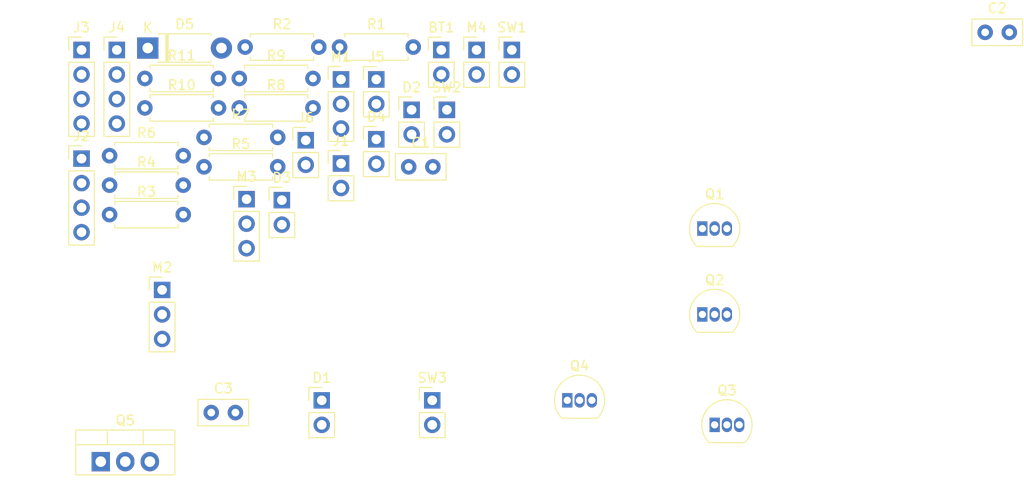
<source format=kicad_pcb>
(kicad_pcb (version 20171130) (host pcbnew "(5.0.0)")

  (general
    (thickness 1.6)
    (drawings 0)
    (tracks 0)
    (zones 0)
    (modules 38)
    (nets 27)
  )

  (page A4)
  (layers
    (0 F.Cu signal)
    (31 B.Cu signal)
    (32 B.Adhes user)
    (33 F.Adhes user)
    (34 B.Paste user)
    (35 F.Paste user)
    (36 B.SilkS user)
    (37 F.SilkS user)
    (38 B.Mask user)
    (39 F.Mask user)
    (40 Dwgs.User user)
    (41 Cmts.User user)
    (42 Eco1.User user)
    (43 Eco2.User user)
    (44 Edge.Cuts user)
    (45 Margin user)
    (46 B.CrtYd user)
    (47 F.CrtYd user)
    (48 B.Fab user)
    (49 F.Fab user)
  )

  (setup
    (last_trace_width 0.25)
    (trace_clearance 0.2)
    (zone_clearance 0.508)
    (zone_45_only no)
    (trace_min 0.2)
    (segment_width 0.2)
    (edge_width 0.15)
    (via_size 0.8)
    (via_drill 0.4)
    (via_min_size 0.4)
    (via_min_drill 0.3)
    (uvia_size 0.3)
    (uvia_drill 0.1)
    (uvias_allowed no)
    (uvia_min_size 0.2)
    (uvia_min_drill 0.1)
    (pcb_text_width 0.3)
    (pcb_text_size 1.5 1.5)
    (mod_edge_width 0.15)
    (mod_text_size 1 1)
    (mod_text_width 0.15)
    (pad_size 1.524 1.524)
    (pad_drill 0.762)
    (pad_to_mask_clearance 0.2)
    (aux_axis_origin 0 0)
    (visible_elements FFFFFF7F)
    (pcbplotparams
      (layerselection 0x010fc_ffffffff)
      (usegerberextensions false)
      (usegerberattributes false)
      (usegerberadvancedattributes false)
      (creategerberjobfile false)
      (excludeedgelayer true)
      (linewidth 0.100000)
      (plotframeref false)
      (viasonmask false)
      (mode 1)
      (useauxorigin false)
      (hpglpennumber 1)
      (hpglpenspeed 20)
      (hpglpendiameter 15.000000)
      (psnegative false)
      (psa4output false)
      (plotreference true)
      (plotvalue true)
      (plotinvisibletext false)
      (padsonsilk false)
      (subtractmaskfromsilk false)
      (outputformat 1)
      (mirror false)
      (drillshape 1)
      (scaleselection 1)
      (outputdirectory ""))
  )

  (net 0 "")
  (net 1 GND)
  (net 2 +5V)
  (net 3 "Net-(C1-Pad1)")
  (net 4 "Net-(C2-Pad1)")
  (net 5 "Net-(C3-Pad1)")
  (net 6 "Net-(D1-Pad1)")
  (net 7 "Net-(D2-Pad1)")
  (net 8 "Net-(D3-Pad1)")
  (net 9 "Net-(D4-Pad1)")
  (net 10 "Net-(D5-Pad2)")
  (net 11 +3V3)
  (net 12 "Net-(J2-Pad1)")
  (net 13 "Net-(J2-Pad2)")
  (net 14 "Net-(J2-Pad3)")
  (net 15 "Net-(J4-Pad3)")
  (net 16 "Net-(J4-Pad2)")
  (net 17 "Net-(J4-Pad1)")
  (net 18 "Net-(J5-Pad1)")
  (net 19 "Net-(J6-Pad1)")
  (net 20 "Net-(Q1-Pad2)")
  (net 21 "Net-(Q2-Pad2)")
  (net 22 "Net-(Q3-Pad2)")
  (net 23 "Net-(Q4-Pad2)")
  (net 24 "Net-(R1-Pad2)")
  (net 25 "Net-(R2-Pad2)")
  (net 26 "Net-(R3-Pad2)")

  (net_class Default "This is the default net class."
    (clearance 0.2)
    (trace_width 0.25)
    (via_dia 0.8)
    (via_drill 0.4)
    (uvia_dia 0.3)
    (uvia_drill 0.1)
    (add_net +3V3)
    (add_net +5V)
    (add_net GND)
    (add_net "Net-(C1-Pad1)")
    (add_net "Net-(C2-Pad1)")
    (add_net "Net-(C3-Pad1)")
    (add_net "Net-(D1-Pad1)")
    (add_net "Net-(D2-Pad1)")
    (add_net "Net-(D3-Pad1)")
    (add_net "Net-(D4-Pad1)")
    (add_net "Net-(D5-Pad2)")
    (add_net "Net-(J2-Pad1)")
    (add_net "Net-(J2-Pad2)")
    (add_net "Net-(J2-Pad3)")
    (add_net "Net-(J4-Pad1)")
    (add_net "Net-(J4-Pad2)")
    (add_net "Net-(J4-Pad3)")
    (add_net "Net-(J5-Pad1)")
    (add_net "Net-(J6-Pad1)")
    (add_net "Net-(Q1-Pad2)")
    (add_net "Net-(Q2-Pad2)")
    (add_net "Net-(Q3-Pad2)")
    (add_net "Net-(Q4-Pad2)")
    (add_net "Net-(R1-Pad2)")
    (add_net "Net-(R2-Pad2)")
    (add_net "Net-(R3-Pad2)")
  )

  (module Connector_PinHeader_2.54mm:PinHeader_1x02_P2.54mm_Vertical (layer F.Cu) (tedit 59FED5CC) (tstamp 5BFC972F)
    (at 58.085001 24.685001)
    (descr "Through hole straight pin header, 1x02, 2.54mm pitch, single row")
    (tags "Through hole pin header THT 1x02 2.54mm single row")
    (path /5BF07AD9)
    (fp_text reference BT1 (at 0 -2.33) (layer F.SilkS)
      (effects (font (size 1 1) (thickness 0.15)))
    )
    (fp_text value Battery (at 0 4.87) (layer F.Fab)
      (effects (font (size 1 1) (thickness 0.15)))
    )
    (fp_text user %R (at 0 1.27 90) (layer F.Fab)
      (effects (font (size 1 1) (thickness 0.15)))
    )
    (fp_line (start 1.8 -1.8) (end -1.8 -1.8) (layer F.CrtYd) (width 0.05))
    (fp_line (start 1.8 4.35) (end 1.8 -1.8) (layer F.CrtYd) (width 0.05))
    (fp_line (start -1.8 4.35) (end 1.8 4.35) (layer F.CrtYd) (width 0.05))
    (fp_line (start -1.8 -1.8) (end -1.8 4.35) (layer F.CrtYd) (width 0.05))
    (fp_line (start -1.33 -1.33) (end 0 -1.33) (layer F.SilkS) (width 0.12))
    (fp_line (start -1.33 0) (end -1.33 -1.33) (layer F.SilkS) (width 0.12))
    (fp_line (start -1.33 1.27) (end 1.33 1.27) (layer F.SilkS) (width 0.12))
    (fp_line (start 1.33 1.27) (end 1.33 3.87) (layer F.SilkS) (width 0.12))
    (fp_line (start -1.33 1.27) (end -1.33 3.87) (layer F.SilkS) (width 0.12))
    (fp_line (start -1.33 3.87) (end 1.33 3.87) (layer F.SilkS) (width 0.12))
    (fp_line (start -1.27 -0.635) (end -0.635 -1.27) (layer F.Fab) (width 0.1))
    (fp_line (start -1.27 3.81) (end -1.27 -0.635) (layer F.Fab) (width 0.1))
    (fp_line (start 1.27 3.81) (end -1.27 3.81) (layer F.Fab) (width 0.1))
    (fp_line (start 1.27 -1.27) (end 1.27 3.81) (layer F.Fab) (width 0.1))
    (fp_line (start -0.635 -1.27) (end 1.27 -1.27) (layer F.Fab) (width 0.1))
    (pad 2 thru_hole oval (at 0 2.54) (size 1.7 1.7) (drill 1) (layers *.Cu *.Mask)
      (net 1 GND))
    (pad 1 thru_hole rect (at 0 0) (size 1.7 1.7) (drill 1) (layers *.Cu *.Mask)
      (net 2 +5V))
    (model ${KISYS3DMOD}/Connector_PinHeader_2.54mm.3dshapes/PinHeader_1x02_P2.54mm_Vertical.wrl
      (at (xyz 0 0 0))
      (scale (xyz 1 1 1))
      (rotate (xyz 0 0 0))
    )
  )

  (module Capacitor_THT:C_Disc_D5.0mm_W2.5mm_P2.50mm (layer F.Cu) (tedit 5AE50EF0) (tstamp 5BFC9742)
    (at 54.715001 36.785001)
    (descr "C, Disc series, Radial, pin pitch=2.50mm, , diameter*width=5*2.5mm^2, Capacitor, http://cdn-reichelt.de/documents/datenblatt/B300/DS_KERKO_TC.pdf")
    (tags "C Disc series Radial pin pitch 2.50mm  diameter 5mm width 2.5mm Capacitor")
    (path /5BF02C65)
    (fp_text reference C1 (at 1.25 -2.5) (layer F.SilkS)
      (effects (font (size 1 1) (thickness 0.15)))
    )
    (fp_text value 100n (at 1.25 2.5) (layer F.Fab)
      (effects (font (size 1 1) (thickness 0.15)))
    )
    (fp_text user %R (at 1.25 0) (layer F.Fab)
      (effects (font (size 1 1) (thickness 0.15)))
    )
    (fp_line (start 4 -1.5) (end -1.5 -1.5) (layer F.CrtYd) (width 0.05))
    (fp_line (start 4 1.5) (end 4 -1.5) (layer F.CrtYd) (width 0.05))
    (fp_line (start -1.5 1.5) (end 4 1.5) (layer F.CrtYd) (width 0.05))
    (fp_line (start -1.5 -1.5) (end -1.5 1.5) (layer F.CrtYd) (width 0.05))
    (fp_line (start 3.87 -1.37) (end 3.87 1.37) (layer F.SilkS) (width 0.12))
    (fp_line (start -1.37 -1.37) (end -1.37 1.37) (layer F.SilkS) (width 0.12))
    (fp_line (start -1.37 1.37) (end 3.87 1.37) (layer F.SilkS) (width 0.12))
    (fp_line (start -1.37 -1.37) (end 3.87 -1.37) (layer F.SilkS) (width 0.12))
    (fp_line (start 3.75 -1.25) (end -1.25 -1.25) (layer F.Fab) (width 0.1))
    (fp_line (start 3.75 1.25) (end 3.75 -1.25) (layer F.Fab) (width 0.1))
    (fp_line (start -1.25 1.25) (end 3.75 1.25) (layer F.Fab) (width 0.1))
    (fp_line (start -1.25 -1.25) (end -1.25 1.25) (layer F.Fab) (width 0.1))
    (pad 2 thru_hole circle (at 2.5 0) (size 1.6 1.6) (drill 0.8) (layers *.Cu *.Mask)
      (net 1 GND))
    (pad 1 thru_hole circle (at 0 0) (size 1.6 1.6) (drill 0.8) (layers *.Cu *.Mask)
      (net 3 "Net-(C1-Pad1)"))
    (model ${KISYS3DMOD}/Capacitor_THT.3dshapes/C_Disc_D5.0mm_W2.5mm_P2.50mm.wrl
      (at (xyz 0 0 0))
      (scale (xyz 1 1 1))
      (rotate (xyz 0 0 0))
    )
  )

  (module Capacitor_THT:C_Disc_D5.0mm_W2.5mm_P2.50mm (layer F.Cu) (tedit 5AE50EF0) (tstamp 5BFC9755)
    (at 114.34 22.86)
    (descr "C, Disc series, Radial, pin pitch=2.50mm, , diameter*width=5*2.5mm^2, Capacitor, http://cdn-reichelt.de/documents/datenblatt/B300/DS_KERKO_TC.pdf")
    (tags "C Disc series Radial pin pitch 2.50mm  diameter 5mm width 2.5mm Capacitor")
    (path /5BF027A2)
    (fp_text reference C2 (at 1.25 -2.5) (layer F.SilkS)
      (effects (font (size 1 1) (thickness 0.15)))
    )
    (fp_text value 100n (at 1.25 2.5) (layer F.Fab)
      (effects (font (size 1 1) (thickness 0.15)))
    )
    (fp_line (start -1.25 -1.25) (end -1.25 1.25) (layer F.Fab) (width 0.1))
    (fp_line (start -1.25 1.25) (end 3.75 1.25) (layer F.Fab) (width 0.1))
    (fp_line (start 3.75 1.25) (end 3.75 -1.25) (layer F.Fab) (width 0.1))
    (fp_line (start 3.75 -1.25) (end -1.25 -1.25) (layer F.Fab) (width 0.1))
    (fp_line (start -1.37 -1.37) (end 3.87 -1.37) (layer F.SilkS) (width 0.12))
    (fp_line (start -1.37 1.37) (end 3.87 1.37) (layer F.SilkS) (width 0.12))
    (fp_line (start -1.37 -1.37) (end -1.37 1.37) (layer F.SilkS) (width 0.12))
    (fp_line (start 3.87 -1.37) (end 3.87 1.37) (layer F.SilkS) (width 0.12))
    (fp_line (start -1.5 -1.5) (end -1.5 1.5) (layer F.CrtYd) (width 0.05))
    (fp_line (start -1.5 1.5) (end 4 1.5) (layer F.CrtYd) (width 0.05))
    (fp_line (start 4 1.5) (end 4 -1.5) (layer F.CrtYd) (width 0.05))
    (fp_line (start 4 -1.5) (end -1.5 -1.5) (layer F.CrtYd) (width 0.05))
    (fp_text user %R (at 1.25 0) (layer F.Fab)
      (effects (font (size 1 1) (thickness 0.15)))
    )
    (pad 1 thru_hole circle (at 0 0) (size 1.6 1.6) (drill 0.8) (layers *.Cu *.Mask)
      (net 4 "Net-(C2-Pad1)"))
    (pad 2 thru_hole circle (at 2.5 0) (size 1.6 1.6) (drill 0.8) (layers *.Cu *.Mask)
      (net 1 GND))
    (model ${KISYS3DMOD}/Capacitor_THT.3dshapes/C_Disc_D5.0mm_W2.5mm_P2.50mm.wrl
      (at (xyz 0 0 0))
      (scale (xyz 1 1 1))
      (rotate (xyz 0 0 0))
    )
  )

  (module Capacitor_THT:C_Disc_D5.0mm_W2.5mm_P2.50mm (layer F.Cu) (tedit 5AE50EF0) (tstamp 5BFC9768)
    (at 34.29 62.23)
    (descr "C, Disc series, Radial, pin pitch=2.50mm, , diameter*width=5*2.5mm^2, Capacitor, http://cdn-reichelt.de/documents/datenblatt/B300/DS_KERKO_TC.pdf")
    (tags "C Disc series Radial pin pitch 2.50mm  diameter 5mm width 2.5mm Capacitor")
    (path /5BF02EE8)
    (fp_text reference C3 (at 1.25 -2.5) (layer F.SilkS)
      (effects (font (size 1 1) (thickness 0.15)))
    )
    (fp_text value 100n (at 1.25 2.5) (layer F.Fab)
      (effects (font (size 1 1) (thickness 0.15)))
    )
    (fp_line (start -1.25 -1.25) (end -1.25 1.25) (layer F.Fab) (width 0.1))
    (fp_line (start -1.25 1.25) (end 3.75 1.25) (layer F.Fab) (width 0.1))
    (fp_line (start 3.75 1.25) (end 3.75 -1.25) (layer F.Fab) (width 0.1))
    (fp_line (start 3.75 -1.25) (end -1.25 -1.25) (layer F.Fab) (width 0.1))
    (fp_line (start -1.37 -1.37) (end 3.87 -1.37) (layer F.SilkS) (width 0.12))
    (fp_line (start -1.37 1.37) (end 3.87 1.37) (layer F.SilkS) (width 0.12))
    (fp_line (start -1.37 -1.37) (end -1.37 1.37) (layer F.SilkS) (width 0.12))
    (fp_line (start 3.87 -1.37) (end 3.87 1.37) (layer F.SilkS) (width 0.12))
    (fp_line (start -1.5 -1.5) (end -1.5 1.5) (layer F.CrtYd) (width 0.05))
    (fp_line (start -1.5 1.5) (end 4 1.5) (layer F.CrtYd) (width 0.05))
    (fp_line (start 4 1.5) (end 4 -1.5) (layer F.CrtYd) (width 0.05))
    (fp_line (start 4 -1.5) (end -1.5 -1.5) (layer F.CrtYd) (width 0.05))
    (fp_text user %R (at 1.25 0) (layer F.Fab)
      (effects (font (size 1 1) (thickness 0.15)))
    )
    (pad 1 thru_hole circle (at 0 0) (size 1.6 1.6) (drill 0.8) (layers *.Cu *.Mask)
      (net 5 "Net-(C3-Pad1)"))
    (pad 2 thru_hole circle (at 2.5 0) (size 1.6 1.6) (drill 0.8) (layers *.Cu *.Mask)
      (net 1 GND))
    (model ${KISYS3DMOD}/Capacitor_THT.3dshapes/C_Disc_D5.0mm_W2.5mm_P2.50mm.wrl
      (at (xyz 0 0 0))
      (scale (xyz 1 1 1))
      (rotate (xyz 0 0 0))
    )
  )

  (module Connector_PinHeader_2.54mm:PinHeader_1x02_P2.54mm_Vertical (layer F.Cu) (tedit 59FED5CC) (tstamp 5BFC977E)
    (at 45.72 60.96)
    (descr "Through hole straight pin header, 1x02, 2.54mm pitch, single row")
    (tags "Through hole pin header THT 1x02 2.54mm single row")
    (path /5BF05631)
    (fp_text reference D1 (at 0 -2.33) (layer F.SilkS)
      (effects (font (size 1 1) (thickness 0.15)))
    )
    (fp_text value LED (at 0 4.87) (layer F.Fab)
      (effects (font (size 1 1) (thickness 0.15)))
    )
    (fp_line (start -0.635 -1.27) (end 1.27 -1.27) (layer F.Fab) (width 0.1))
    (fp_line (start 1.27 -1.27) (end 1.27 3.81) (layer F.Fab) (width 0.1))
    (fp_line (start 1.27 3.81) (end -1.27 3.81) (layer F.Fab) (width 0.1))
    (fp_line (start -1.27 3.81) (end -1.27 -0.635) (layer F.Fab) (width 0.1))
    (fp_line (start -1.27 -0.635) (end -0.635 -1.27) (layer F.Fab) (width 0.1))
    (fp_line (start -1.33 3.87) (end 1.33 3.87) (layer F.SilkS) (width 0.12))
    (fp_line (start -1.33 1.27) (end -1.33 3.87) (layer F.SilkS) (width 0.12))
    (fp_line (start 1.33 1.27) (end 1.33 3.87) (layer F.SilkS) (width 0.12))
    (fp_line (start -1.33 1.27) (end 1.33 1.27) (layer F.SilkS) (width 0.12))
    (fp_line (start -1.33 0) (end -1.33 -1.33) (layer F.SilkS) (width 0.12))
    (fp_line (start -1.33 -1.33) (end 0 -1.33) (layer F.SilkS) (width 0.12))
    (fp_line (start -1.8 -1.8) (end -1.8 4.35) (layer F.CrtYd) (width 0.05))
    (fp_line (start -1.8 4.35) (end 1.8 4.35) (layer F.CrtYd) (width 0.05))
    (fp_line (start 1.8 4.35) (end 1.8 -1.8) (layer F.CrtYd) (width 0.05))
    (fp_line (start 1.8 -1.8) (end -1.8 -1.8) (layer F.CrtYd) (width 0.05))
    (fp_text user %R (at 0 1.27 90) (layer F.Fab)
      (effects (font (size 1 1) (thickness 0.15)))
    )
    (pad 1 thru_hole rect (at 0 0) (size 1.7 1.7) (drill 1) (layers *.Cu *.Mask)
      (net 6 "Net-(D1-Pad1)"))
    (pad 2 thru_hole oval (at 0 2.54) (size 1.7 1.7) (drill 1) (layers *.Cu *.Mask)
      (net 2 +5V))
    (model ${KISYS3DMOD}/Connector_PinHeader_2.54mm.3dshapes/PinHeader_1x02_P2.54mm_Vertical.wrl
      (at (xyz 0 0 0))
      (scale (xyz 1 1 1))
      (rotate (xyz 0 0 0))
    )
  )

  (module Connector_PinHeader_2.54mm:PinHeader_1x02_P2.54mm_Vertical (layer F.Cu) (tedit 59FED5CC) (tstamp 5BFC9794)
    (at 55.015001 30.885001)
    (descr "Through hole straight pin header, 1x02, 2.54mm pitch, single row")
    (tags "Through hole pin header THT 1x02 2.54mm single row")
    (path /5BF05A92)
    (fp_text reference D2 (at 0 -2.33) (layer F.SilkS)
      (effects (font (size 1 1) (thickness 0.15)))
    )
    (fp_text value LED (at 0 4.87) (layer F.Fab)
      (effects (font (size 1 1) (thickness 0.15)))
    )
    (fp_line (start -0.635 -1.27) (end 1.27 -1.27) (layer F.Fab) (width 0.1))
    (fp_line (start 1.27 -1.27) (end 1.27 3.81) (layer F.Fab) (width 0.1))
    (fp_line (start 1.27 3.81) (end -1.27 3.81) (layer F.Fab) (width 0.1))
    (fp_line (start -1.27 3.81) (end -1.27 -0.635) (layer F.Fab) (width 0.1))
    (fp_line (start -1.27 -0.635) (end -0.635 -1.27) (layer F.Fab) (width 0.1))
    (fp_line (start -1.33 3.87) (end 1.33 3.87) (layer F.SilkS) (width 0.12))
    (fp_line (start -1.33 1.27) (end -1.33 3.87) (layer F.SilkS) (width 0.12))
    (fp_line (start 1.33 1.27) (end 1.33 3.87) (layer F.SilkS) (width 0.12))
    (fp_line (start -1.33 1.27) (end 1.33 1.27) (layer F.SilkS) (width 0.12))
    (fp_line (start -1.33 0) (end -1.33 -1.33) (layer F.SilkS) (width 0.12))
    (fp_line (start -1.33 -1.33) (end 0 -1.33) (layer F.SilkS) (width 0.12))
    (fp_line (start -1.8 -1.8) (end -1.8 4.35) (layer F.CrtYd) (width 0.05))
    (fp_line (start -1.8 4.35) (end 1.8 4.35) (layer F.CrtYd) (width 0.05))
    (fp_line (start 1.8 4.35) (end 1.8 -1.8) (layer F.CrtYd) (width 0.05))
    (fp_line (start 1.8 -1.8) (end -1.8 -1.8) (layer F.CrtYd) (width 0.05))
    (fp_text user %R (at 0 1.27 90) (layer F.Fab)
      (effects (font (size 1 1) (thickness 0.15)))
    )
    (pad 1 thru_hole rect (at 0 0) (size 1.7 1.7) (drill 1) (layers *.Cu *.Mask)
      (net 7 "Net-(D2-Pad1)"))
    (pad 2 thru_hole oval (at 0 2.54) (size 1.7 1.7) (drill 1) (layers *.Cu *.Mask)
      (net 2 +5V))
    (model ${KISYS3DMOD}/Connector_PinHeader_2.54mm.3dshapes/PinHeader_1x02_P2.54mm_Vertical.wrl
      (at (xyz 0 0 0))
      (scale (xyz 1 1 1))
      (rotate (xyz 0 0 0))
    )
  )

  (module Connector_PinHeader_2.54mm:PinHeader_1x02_P2.54mm_Vertical (layer F.Cu) (tedit 59FED5CC) (tstamp 5BFC97AA)
    (at 41.595001 40.235001)
    (descr "Through hole straight pin header, 1x02, 2.54mm pitch, single row")
    (tags "Through hole pin header THT 1x02 2.54mm single row")
    (path /5BF05C03)
    (fp_text reference D3 (at 0 -2.33) (layer F.SilkS)
      (effects (font (size 1 1) (thickness 0.15)))
    )
    (fp_text value LED (at 0 4.87) (layer F.Fab)
      (effects (font (size 1 1) (thickness 0.15)))
    )
    (fp_line (start -0.635 -1.27) (end 1.27 -1.27) (layer F.Fab) (width 0.1))
    (fp_line (start 1.27 -1.27) (end 1.27 3.81) (layer F.Fab) (width 0.1))
    (fp_line (start 1.27 3.81) (end -1.27 3.81) (layer F.Fab) (width 0.1))
    (fp_line (start -1.27 3.81) (end -1.27 -0.635) (layer F.Fab) (width 0.1))
    (fp_line (start -1.27 -0.635) (end -0.635 -1.27) (layer F.Fab) (width 0.1))
    (fp_line (start -1.33 3.87) (end 1.33 3.87) (layer F.SilkS) (width 0.12))
    (fp_line (start -1.33 1.27) (end -1.33 3.87) (layer F.SilkS) (width 0.12))
    (fp_line (start 1.33 1.27) (end 1.33 3.87) (layer F.SilkS) (width 0.12))
    (fp_line (start -1.33 1.27) (end 1.33 1.27) (layer F.SilkS) (width 0.12))
    (fp_line (start -1.33 0) (end -1.33 -1.33) (layer F.SilkS) (width 0.12))
    (fp_line (start -1.33 -1.33) (end 0 -1.33) (layer F.SilkS) (width 0.12))
    (fp_line (start -1.8 -1.8) (end -1.8 4.35) (layer F.CrtYd) (width 0.05))
    (fp_line (start -1.8 4.35) (end 1.8 4.35) (layer F.CrtYd) (width 0.05))
    (fp_line (start 1.8 4.35) (end 1.8 -1.8) (layer F.CrtYd) (width 0.05))
    (fp_line (start 1.8 -1.8) (end -1.8 -1.8) (layer F.CrtYd) (width 0.05))
    (fp_text user %R (at 0 1.27 90) (layer F.Fab)
      (effects (font (size 1 1) (thickness 0.15)))
    )
    (pad 1 thru_hole rect (at 0 0) (size 1.7 1.7) (drill 1) (layers *.Cu *.Mask)
      (net 8 "Net-(D3-Pad1)"))
    (pad 2 thru_hole oval (at 0 2.54) (size 1.7 1.7) (drill 1) (layers *.Cu *.Mask)
      (net 2 +5V))
    (model ${KISYS3DMOD}/Connector_PinHeader_2.54mm.3dshapes/PinHeader_1x02_P2.54mm_Vertical.wrl
      (at (xyz 0 0 0))
      (scale (xyz 1 1 1))
      (rotate (xyz 0 0 0))
    )
  )

  (module Connector_PinHeader_2.54mm:PinHeader_1x02_P2.54mm_Vertical (layer F.Cu) (tedit 59FED5CC) (tstamp 5BFC97C0)
    (at 51.365001 33.935001)
    (descr "Through hole straight pin header, 1x02, 2.54mm pitch, single row")
    (tags "Through hole pin header THT 1x02 2.54mm single row")
    (path /5BF09E25)
    (fp_text reference D4 (at 0 -2.33) (layer F.SilkS)
      (effects (font (size 1 1) (thickness 0.15)))
    )
    (fp_text value LASER (at 0 4.87) (layer F.Fab)
      (effects (font (size 1 1) (thickness 0.15)))
    )
    (fp_text user %R (at 0 1.27 90) (layer F.Fab)
      (effects (font (size 1 1) (thickness 0.15)))
    )
    (fp_line (start 1.8 -1.8) (end -1.8 -1.8) (layer F.CrtYd) (width 0.05))
    (fp_line (start 1.8 4.35) (end 1.8 -1.8) (layer F.CrtYd) (width 0.05))
    (fp_line (start -1.8 4.35) (end 1.8 4.35) (layer F.CrtYd) (width 0.05))
    (fp_line (start -1.8 -1.8) (end -1.8 4.35) (layer F.CrtYd) (width 0.05))
    (fp_line (start -1.33 -1.33) (end 0 -1.33) (layer F.SilkS) (width 0.12))
    (fp_line (start -1.33 0) (end -1.33 -1.33) (layer F.SilkS) (width 0.12))
    (fp_line (start -1.33 1.27) (end 1.33 1.27) (layer F.SilkS) (width 0.12))
    (fp_line (start 1.33 1.27) (end 1.33 3.87) (layer F.SilkS) (width 0.12))
    (fp_line (start -1.33 1.27) (end -1.33 3.87) (layer F.SilkS) (width 0.12))
    (fp_line (start -1.33 3.87) (end 1.33 3.87) (layer F.SilkS) (width 0.12))
    (fp_line (start -1.27 -0.635) (end -0.635 -1.27) (layer F.Fab) (width 0.1))
    (fp_line (start -1.27 3.81) (end -1.27 -0.635) (layer F.Fab) (width 0.1))
    (fp_line (start 1.27 3.81) (end -1.27 3.81) (layer F.Fab) (width 0.1))
    (fp_line (start 1.27 -1.27) (end 1.27 3.81) (layer F.Fab) (width 0.1))
    (fp_line (start -0.635 -1.27) (end 1.27 -1.27) (layer F.Fab) (width 0.1))
    (pad 2 thru_hole oval (at 0 2.54) (size 1.7 1.7) (drill 1) (layers *.Cu *.Mask)
      (net 2 +5V))
    (pad 1 thru_hole rect (at 0 0) (size 1.7 1.7) (drill 1) (layers *.Cu *.Mask)
      (net 9 "Net-(D4-Pad1)"))
    (model ${KISYS3DMOD}/Connector_PinHeader_2.54mm.3dshapes/PinHeader_1x02_P2.54mm_Vertical.wrl
      (at (xyz 0 0 0))
      (scale (xyz 1 1 1))
      (rotate (xyz 0 0 0))
    )
  )

  (module Diode_THT:D_DO-41_SOD81_P7.62mm_Horizontal (layer F.Cu) (tedit 5AE50CD5) (tstamp 5BFC97DF)
    (at 27.725001 24.485001)
    (descr "Diode, DO-41_SOD81 series, Axial, Horizontal, pin pitch=7.62mm, , length*diameter=5.2*2.7mm^2, , http://www.diodes.com/_files/packages/DO-41%20(Plastic).pdf")
    (tags "Diode DO-41_SOD81 series Axial Horizontal pin pitch 7.62mm  length 5.2mm diameter 2.7mm")
    (path /5BF0E45C)
    (fp_text reference D5 (at 3.81 -2.47) (layer F.SilkS)
      (effects (font (size 1 1) (thickness 0.15)))
    )
    (fp_text value 1N4001 (at 3.81 2.47) (layer F.Fab)
      (effects (font (size 1 1) (thickness 0.15)))
    )
    (fp_line (start 1.21 -1.35) (end 1.21 1.35) (layer F.Fab) (width 0.1))
    (fp_line (start 1.21 1.35) (end 6.41 1.35) (layer F.Fab) (width 0.1))
    (fp_line (start 6.41 1.35) (end 6.41 -1.35) (layer F.Fab) (width 0.1))
    (fp_line (start 6.41 -1.35) (end 1.21 -1.35) (layer F.Fab) (width 0.1))
    (fp_line (start 0 0) (end 1.21 0) (layer F.Fab) (width 0.1))
    (fp_line (start 7.62 0) (end 6.41 0) (layer F.Fab) (width 0.1))
    (fp_line (start 1.99 -1.35) (end 1.99 1.35) (layer F.Fab) (width 0.1))
    (fp_line (start 2.09 -1.35) (end 2.09 1.35) (layer F.Fab) (width 0.1))
    (fp_line (start 1.89 -1.35) (end 1.89 1.35) (layer F.Fab) (width 0.1))
    (fp_line (start 1.09 -1.34) (end 1.09 -1.47) (layer F.SilkS) (width 0.12))
    (fp_line (start 1.09 -1.47) (end 6.53 -1.47) (layer F.SilkS) (width 0.12))
    (fp_line (start 6.53 -1.47) (end 6.53 -1.34) (layer F.SilkS) (width 0.12))
    (fp_line (start 1.09 1.34) (end 1.09 1.47) (layer F.SilkS) (width 0.12))
    (fp_line (start 1.09 1.47) (end 6.53 1.47) (layer F.SilkS) (width 0.12))
    (fp_line (start 6.53 1.47) (end 6.53 1.34) (layer F.SilkS) (width 0.12))
    (fp_line (start 1.99 -1.47) (end 1.99 1.47) (layer F.SilkS) (width 0.12))
    (fp_line (start 2.11 -1.47) (end 2.11 1.47) (layer F.SilkS) (width 0.12))
    (fp_line (start 1.87 -1.47) (end 1.87 1.47) (layer F.SilkS) (width 0.12))
    (fp_line (start -1.35 -1.6) (end -1.35 1.6) (layer F.CrtYd) (width 0.05))
    (fp_line (start -1.35 1.6) (end 8.97 1.6) (layer F.CrtYd) (width 0.05))
    (fp_line (start 8.97 1.6) (end 8.97 -1.6) (layer F.CrtYd) (width 0.05))
    (fp_line (start 8.97 -1.6) (end -1.35 -1.6) (layer F.CrtYd) (width 0.05))
    (fp_text user %R (at 4.2 0) (layer F.Fab)
      (effects (font (size 1 1) (thickness 0.15)))
    )
    (fp_text user K (at 0 -2.1) (layer F.Fab)
      (effects (font (size 1 1) (thickness 0.15)))
    )
    (fp_text user K (at 0 -2.1) (layer F.SilkS)
      (effects (font (size 1 1) (thickness 0.15)))
    )
    (pad 1 thru_hole rect (at 0 0) (size 2.2 2.2) (drill 1.1) (layers *.Cu *.Mask)
      (net 2 +5V))
    (pad 2 thru_hole oval (at 7.62 0) (size 2.2 2.2) (drill 1.1) (layers *.Cu *.Mask)
      (net 10 "Net-(D5-Pad2)"))
    (model ${KISYS3DMOD}/Diode_THT.3dshapes/D_DO-41_SOD81_P7.62mm_Horizontal.wrl
      (at (xyz 0 0 0))
      (scale (xyz 1 1 1))
      (rotate (xyz 0 0 0))
    )
  )

  (module Connector_PinHeader_2.54mm:PinHeader_1x02_P2.54mm_Vertical (layer F.Cu) (tedit 59FED5CC) (tstamp 5BFC97F5)
    (at 47.715001 36.435001)
    (descr "Through hole straight pin header, 1x02, 2.54mm pitch, single row")
    (tags "Through hole pin header THT 1x02 2.54mm single row")
    (path /5BF04EB9)
    (fp_text reference J1 (at 0 -2.33) (layer F.SilkS)
      (effects (font (size 1 1) (thickness 0.15)))
    )
    (fp_text value "Pi Operating Voltage" (at 0 4.87) (layer F.Fab)
      (effects (font (size 1 1) (thickness 0.15)))
    )
    (fp_text user %R (at 0 1.27 90) (layer F.Fab)
      (effects (font (size 1 1) (thickness 0.15)))
    )
    (fp_line (start 1.8 -1.8) (end -1.8 -1.8) (layer F.CrtYd) (width 0.05))
    (fp_line (start 1.8 4.35) (end 1.8 -1.8) (layer F.CrtYd) (width 0.05))
    (fp_line (start -1.8 4.35) (end 1.8 4.35) (layer F.CrtYd) (width 0.05))
    (fp_line (start -1.8 -1.8) (end -1.8 4.35) (layer F.CrtYd) (width 0.05))
    (fp_line (start -1.33 -1.33) (end 0 -1.33) (layer F.SilkS) (width 0.12))
    (fp_line (start -1.33 0) (end -1.33 -1.33) (layer F.SilkS) (width 0.12))
    (fp_line (start -1.33 1.27) (end 1.33 1.27) (layer F.SilkS) (width 0.12))
    (fp_line (start 1.33 1.27) (end 1.33 3.87) (layer F.SilkS) (width 0.12))
    (fp_line (start -1.33 1.27) (end -1.33 3.87) (layer F.SilkS) (width 0.12))
    (fp_line (start -1.33 3.87) (end 1.33 3.87) (layer F.SilkS) (width 0.12))
    (fp_line (start -1.27 -0.635) (end -0.635 -1.27) (layer F.Fab) (width 0.1))
    (fp_line (start -1.27 3.81) (end -1.27 -0.635) (layer F.Fab) (width 0.1))
    (fp_line (start 1.27 3.81) (end -1.27 3.81) (layer F.Fab) (width 0.1))
    (fp_line (start 1.27 -1.27) (end 1.27 3.81) (layer F.Fab) (width 0.1))
    (fp_line (start -0.635 -1.27) (end 1.27 -1.27) (layer F.Fab) (width 0.1))
    (pad 2 thru_hole oval (at 0 2.54) (size 1.7 1.7) (drill 1) (layers *.Cu *.Mask)
      (net 1 GND))
    (pad 1 thru_hole rect (at 0 0) (size 1.7 1.7) (drill 1) (layers *.Cu *.Mask)
      (net 11 +3V3))
    (model ${KISYS3DMOD}/Connector_PinHeader_2.54mm.3dshapes/PinHeader_1x02_P2.54mm_Vertical.wrl
      (at (xyz 0 0 0))
      (scale (xyz 1 1 1))
      (rotate (xyz 0 0 0))
    )
  )

  (module Connector_PinHeader_2.54mm:PinHeader_1x04_P2.54mm_Vertical (layer F.Cu) (tedit 59FED5CC) (tstamp 5BFC980D)
    (at 20.875001 35.935001)
    (descr "Through hole straight pin header, 1x04, 2.54mm pitch, single row")
    (tags "Through hole pin header THT 1x04 2.54mm single row")
    (path /5BF06027)
    (fp_text reference J2 (at 0 -2.33) (layer F.SilkS)
      (effects (font (size 1 1) (thickness 0.15)))
    )
    (fp_text value "Pi LED Signals In" (at 0 9.95) (layer F.Fab)
      (effects (font (size 1 1) (thickness 0.15)))
    )
    (fp_line (start -0.635 -1.27) (end 1.27 -1.27) (layer F.Fab) (width 0.1))
    (fp_line (start 1.27 -1.27) (end 1.27 8.89) (layer F.Fab) (width 0.1))
    (fp_line (start 1.27 8.89) (end -1.27 8.89) (layer F.Fab) (width 0.1))
    (fp_line (start -1.27 8.89) (end -1.27 -0.635) (layer F.Fab) (width 0.1))
    (fp_line (start -1.27 -0.635) (end -0.635 -1.27) (layer F.Fab) (width 0.1))
    (fp_line (start -1.33 8.95) (end 1.33 8.95) (layer F.SilkS) (width 0.12))
    (fp_line (start -1.33 1.27) (end -1.33 8.95) (layer F.SilkS) (width 0.12))
    (fp_line (start 1.33 1.27) (end 1.33 8.95) (layer F.SilkS) (width 0.12))
    (fp_line (start -1.33 1.27) (end 1.33 1.27) (layer F.SilkS) (width 0.12))
    (fp_line (start -1.33 0) (end -1.33 -1.33) (layer F.SilkS) (width 0.12))
    (fp_line (start -1.33 -1.33) (end 0 -1.33) (layer F.SilkS) (width 0.12))
    (fp_line (start -1.8 -1.8) (end -1.8 9.4) (layer F.CrtYd) (width 0.05))
    (fp_line (start -1.8 9.4) (end 1.8 9.4) (layer F.CrtYd) (width 0.05))
    (fp_line (start 1.8 9.4) (end 1.8 -1.8) (layer F.CrtYd) (width 0.05))
    (fp_line (start 1.8 -1.8) (end -1.8 -1.8) (layer F.CrtYd) (width 0.05))
    (fp_text user %R (at 0 3.81 90) (layer F.Fab)
      (effects (font (size 1 1) (thickness 0.15)))
    )
    (pad 1 thru_hole rect (at 0 0) (size 1.7 1.7) (drill 1) (layers *.Cu *.Mask)
      (net 12 "Net-(J2-Pad1)"))
    (pad 2 thru_hole oval (at 0 2.54) (size 1.7 1.7) (drill 1) (layers *.Cu *.Mask)
      (net 13 "Net-(J2-Pad2)"))
    (pad 3 thru_hole oval (at 0 5.08) (size 1.7 1.7) (drill 1) (layers *.Cu *.Mask)
      (net 14 "Net-(J2-Pad3)"))
    (pad 4 thru_hole oval (at 0 7.62) (size 1.7 1.7) (drill 1) (layers *.Cu *.Mask)
      (net 1 GND))
    (model ${KISYS3DMOD}/Connector_PinHeader_2.54mm.3dshapes/PinHeader_1x04_P2.54mm_Vertical.wrl
      (at (xyz 0 0 0))
      (scale (xyz 1 1 1))
      (rotate (xyz 0 0 0))
    )
  )

  (module Connector_PinHeader_2.54mm:PinHeader_1x04_P2.54mm_Vertical (layer F.Cu) (tedit 59FED5CC) (tstamp 5BFC9825)
    (at 20.875001 24.685001)
    (descr "Through hole straight pin header, 1x04, 2.54mm pitch, single row")
    (tags "Through hole pin header THT 1x04 2.54mm single row")
    (path /5BF029D5)
    (fp_text reference J3 (at 0 -2.33) (layer F.SilkS)
      (effects (font (size 1 1) (thickness 0.15)))
    )
    (fp_text value "Pi Button Signals Out" (at 0 9.95) (layer F.Fab)
      (effects (font (size 1 1) (thickness 0.15)))
    )
    (fp_line (start -0.635 -1.27) (end 1.27 -1.27) (layer F.Fab) (width 0.1))
    (fp_line (start 1.27 -1.27) (end 1.27 8.89) (layer F.Fab) (width 0.1))
    (fp_line (start 1.27 8.89) (end -1.27 8.89) (layer F.Fab) (width 0.1))
    (fp_line (start -1.27 8.89) (end -1.27 -0.635) (layer F.Fab) (width 0.1))
    (fp_line (start -1.27 -0.635) (end -0.635 -1.27) (layer F.Fab) (width 0.1))
    (fp_line (start -1.33 8.95) (end 1.33 8.95) (layer F.SilkS) (width 0.12))
    (fp_line (start -1.33 1.27) (end -1.33 8.95) (layer F.SilkS) (width 0.12))
    (fp_line (start 1.33 1.27) (end 1.33 8.95) (layer F.SilkS) (width 0.12))
    (fp_line (start -1.33 1.27) (end 1.33 1.27) (layer F.SilkS) (width 0.12))
    (fp_line (start -1.33 0) (end -1.33 -1.33) (layer F.SilkS) (width 0.12))
    (fp_line (start -1.33 -1.33) (end 0 -1.33) (layer F.SilkS) (width 0.12))
    (fp_line (start -1.8 -1.8) (end -1.8 9.4) (layer F.CrtYd) (width 0.05))
    (fp_line (start -1.8 9.4) (end 1.8 9.4) (layer F.CrtYd) (width 0.05))
    (fp_line (start 1.8 9.4) (end 1.8 -1.8) (layer F.CrtYd) (width 0.05))
    (fp_line (start 1.8 -1.8) (end -1.8 -1.8) (layer F.CrtYd) (width 0.05))
    (fp_text user %R (at 0 3.81 90) (layer F.Fab)
      (effects (font (size 1 1) (thickness 0.15)))
    )
    (pad 1 thru_hole rect (at 0 0) (size 1.7 1.7) (drill 1) (layers *.Cu *.Mask)
      (net 3 "Net-(C1-Pad1)"))
    (pad 2 thru_hole oval (at 0 2.54) (size 1.7 1.7) (drill 1) (layers *.Cu *.Mask)
      (net 4 "Net-(C2-Pad1)"))
    (pad 3 thru_hole oval (at 0 5.08) (size 1.7 1.7) (drill 1) (layers *.Cu *.Mask)
      (net 5 "Net-(C3-Pad1)"))
    (pad 4 thru_hole oval (at 0 7.62) (size 1.7 1.7) (drill 1) (layers *.Cu *.Mask)
      (net 1 GND))
    (model ${KISYS3DMOD}/Connector_PinHeader_2.54mm.3dshapes/PinHeader_1x04_P2.54mm_Vertical.wrl
      (at (xyz 0 0 0))
      (scale (xyz 1 1 1))
      (rotate (xyz 0 0 0))
    )
  )

  (module Connector_PinHeader_2.54mm:PinHeader_1x04_P2.54mm_Vertical (layer F.Cu) (tedit 59FED5CC) (tstamp 5BFC983D)
    (at 24.525001 24.685001)
    (descr "Through hole straight pin header, 1x04, 2.54mm pitch, single row")
    (tags "Through hole pin header THT 1x04 2.54mm single row")
    (path /5BF01B97)
    (fp_text reference J4 (at 0 -2.33) (layer F.SilkS)
      (effects (font (size 1 1) (thickness 0.15)))
    )
    (fp_text value "Laser Turret Signals In" (at 0 9.95) (layer F.Fab)
      (effects (font (size 1 1) (thickness 0.15)))
    )
    (fp_text user %R (at 0 3.81 90) (layer F.Fab)
      (effects (font (size 1 1) (thickness 0.15)))
    )
    (fp_line (start 1.8 -1.8) (end -1.8 -1.8) (layer F.CrtYd) (width 0.05))
    (fp_line (start 1.8 9.4) (end 1.8 -1.8) (layer F.CrtYd) (width 0.05))
    (fp_line (start -1.8 9.4) (end 1.8 9.4) (layer F.CrtYd) (width 0.05))
    (fp_line (start -1.8 -1.8) (end -1.8 9.4) (layer F.CrtYd) (width 0.05))
    (fp_line (start -1.33 -1.33) (end 0 -1.33) (layer F.SilkS) (width 0.12))
    (fp_line (start -1.33 0) (end -1.33 -1.33) (layer F.SilkS) (width 0.12))
    (fp_line (start -1.33 1.27) (end 1.33 1.27) (layer F.SilkS) (width 0.12))
    (fp_line (start 1.33 1.27) (end 1.33 8.95) (layer F.SilkS) (width 0.12))
    (fp_line (start -1.33 1.27) (end -1.33 8.95) (layer F.SilkS) (width 0.12))
    (fp_line (start -1.33 8.95) (end 1.33 8.95) (layer F.SilkS) (width 0.12))
    (fp_line (start -1.27 -0.635) (end -0.635 -1.27) (layer F.Fab) (width 0.1))
    (fp_line (start -1.27 8.89) (end -1.27 -0.635) (layer F.Fab) (width 0.1))
    (fp_line (start 1.27 8.89) (end -1.27 8.89) (layer F.Fab) (width 0.1))
    (fp_line (start 1.27 -1.27) (end 1.27 8.89) (layer F.Fab) (width 0.1))
    (fp_line (start -0.635 -1.27) (end 1.27 -1.27) (layer F.Fab) (width 0.1))
    (pad 4 thru_hole oval (at 0 7.62) (size 1.7 1.7) (drill 1) (layers *.Cu *.Mask)
      (net 1 GND))
    (pad 3 thru_hole oval (at 0 5.08) (size 1.7 1.7) (drill 1) (layers *.Cu *.Mask)
      (net 15 "Net-(J4-Pad3)"))
    (pad 2 thru_hole oval (at 0 2.54) (size 1.7 1.7) (drill 1) (layers *.Cu *.Mask)
      (net 16 "Net-(J4-Pad2)"))
    (pad 1 thru_hole rect (at 0 0) (size 1.7 1.7) (drill 1) (layers *.Cu *.Mask)
      (net 17 "Net-(J4-Pad1)"))
    (model ${KISYS3DMOD}/Connector_PinHeader_2.54mm.3dshapes/PinHeader_1x04_P2.54mm_Vertical.wrl
      (at (xyz 0 0 0))
      (scale (xyz 1 1 1))
      (rotate (xyz 0 0 0))
    )
  )

  (module Connector_PinHeader_2.54mm:PinHeader_1x02_P2.54mm_Vertical (layer F.Cu) (tedit 59FED5CC) (tstamp 5BFC9853)
    (at 51.365001 27.735001)
    (descr "Through hole straight pin header, 1x02, 2.54mm pitch, single row")
    (tags "Through hole pin header THT 1x02 2.54mm single row")
    (path /5BF0BB71)
    (fp_text reference J5 (at 0 -2.33) (layer F.SilkS)
      (effects (font (size 1 1) (thickness 0.15)))
    )
    (fp_text value "Mouse Servo Signal In" (at 0 4.87) (layer F.Fab)
      (effects (font (size 1 1) (thickness 0.15)))
    )
    (fp_line (start -0.635 -1.27) (end 1.27 -1.27) (layer F.Fab) (width 0.1))
    (fp_line (start 1.27 -1.27) (end 1.27 3.81) (layer F.Fab) (width 0.1))
    (fp_line (start 1.27 3.81) (end -1.27 3.81) (layer F.Fab) (width 0.1))
    (fp_line (start -1.27 3.81) (end -1.27 -0.635) (layer F.Fab) (width 0.1))
    (fp_line (start -1.27 -0.635) (end -0.635 -1.27) (layer F.Fab) (width 0.1))
    (fp_line (start -1.33 3.87) (end 1.33 3.87) (layer F.SilkS) (width 0.12))
    (fp_line (start -1.33 1.27) (end -1.33 3.87) (layer F.SilkS) (width 0.12))
    (fp_line (start 1.33 1.27) (end 1.33 3.87) (layer F.SilkS) (width 0.12))
    (fp_line (start -1.33 1.27) (end 1.33 1.27) (layer F.SilkS) (width 0.12))
    (fp_line (start -1.33 0) (end -1.33 -1.33) (layer F.SilkS) (width 0.12))
    (fp_line (start -1.33 -1.33) (end 0 -1.33) (layer F.SilkS) (width 0.12))
    (fp_line (start -1.8 -1.8) (end -1.8 4.35) (layer F.CrtYd) (width 0.05))
    (fp_line (start -1.8 4.35) (end 1.8 4.35) (layer F.CrtYd) (width 0.05))
    (fp_line (start 1.8 4.35) (end 1.8 -1.8) (layer F.CrtYd) (width 0.05))
    (fp_line (start 1.8 -1.8) (end -1.8 -1.8) (layer F.CrtYd) (width 0.05))
    (fp_text user %R (at 0 1.27 90) (layer F.Fab)
      (effects (font (size 1 1) (thickness 0.15)))
    )
    (pad 1 thru_hole rect (at 0 0) (size 1.7 1.7) (drill 1) (layers *.Cu *.Mask)
      (net 18 "Net-(J5-Pad1)"))
    (pad 2 thru_hole oval (at 0 2.54) (size 1.7 1.7) (drill 1) (layers *.Cu *.Mask)
      (net 1 GND))
    (model ${KISYS3DMOD}/Connector_PinHeader_2.54mm.3dshapes/PinHeader_1x02_P2.54mm_Vertical.wrl
      (at (xyz 0 0 0))
      (scale (xyz 1 1 1))
      (rotate (xyz 0 0 0))
    )
  )

  (module Connector_PinHeader_2.54mm:PinHeader_1x02_P2.54mm_Vertical (layer F.Cu) (tedit 59FED5CC) (tstamp 5BFC9869)
    (at 44.065001 34.035001)
    (descr "Through hole straight pin header, 1x02, 2.54mm pitch, single row")
    (tags "Through hole pin header THT 1x02 2.54mm single row")
    (path /5BF11C7A)
    (fp_text reference J6 (at 0 -2.33) (layer F.SilkS)
      (effects (font (size 1 1) (thickness 0.15)))
    )
    (fp_text value "Fan Signal In" (at 0 4.87) (layer F.Fab)
      (effects (font (size 1 1) (thickness 0.15)))
    )
    (fp_text user %R (at 0 1.27 90) (layer F.Fab)
      (effects (font (size 1 1) (thickness 0.15)))
    )
    (fp_line (start 1.8 -1.8) (end -1.8 -1.8) (layer F.CrtYd) (width 0.05))
    (fp_line (start 1.8 4.35) (end 1.8 -1.8) (layer F.CrtYd) (width 0.05))
    (fp_line (start -1.8 4.35) (end 1.8 4.35) (layer F.CrtYd) (width 0.05))
    (fp_line (start -1.8 -1.8) (end -1.8 4.35) (layer F.CrtYd) (width 0.05))
    (fp_line (start -1.33 -1.33) (end 0 -1.33) (layer F.SilkS) (width 0.12))
    (fp_line (start -1.33 0) (end -1.33 -1.33) (layer F.SilkS) (width 0.12))
    (fp_line (start -1.33 1.27) (end 1.33 1.27) (layer F.SilkS) (width 0.12))
    (fp_line (start 1.33 1.27) (end 1.33 3.87) (layer F.SilkS) (width 0.12))
    (fp_line (start -1.33 1.27) (end -1.33 3.87) (layer F.SilkS) (width 0.12))
    (fp_line (start -1.33 3.87) (end 1.33 3.87) (layer F.SilkS) (width 0.12))
    (fp_line (start -1.27 -0.635) (end -0.635 -1.27) (layer F.Fab) (width 0.1))
    (fp_line (start -1.27 3.81) (end -1.27 -0.635) (layer F.Fab) (width 0.1))
    (fp_line (start 1.27 3.81) (end -1.27 3.81) (layer F.Fab) (width 0.1))
    (fp_line (start 1.27 -1.27) (end 1.27 3.81) (layer F.Fab) (width 0.1))
    (fp_line (start -0.635 -1.27) (end 1.27 -1.27) (layer F.Fab) (width 0.1))
    (pad 2 thru_hole oval (at 0 2.54) (size 1.7 1.7) (drill 1) (layers *.Cu *.Mask)
      (net 1 GND))
    (pad 1 thru_hole rect (at 0 0) (size 1.7 1.7) (drill 1) (layers *.Cu *.Mask)
      (net 19 "Net-(J6-Pad1)"))
    (model ${KISYS3DMOD}/Connector_PinHeader_2.54mm.3dshapes/PinHeader_1x02_P2.54mm_Vertical.wrl
      (at (xyz 0 0 0))
      (scale (xyz 1 1 1))
      (rotate (xyz 0 0 0))
    )
  )

  (module Connector_PinHeader_2.54mm:PinHeader_1x03_P2.54mm_Vertical (layer F.Cu) (tedit 59FED5CC) (tstamp 5BFC9880)
    (at 47.715001 27.735001)
    (descr "Through hole straight pin header, 1x03, 2.54mm pitch, single row")
    (tags "Through hole pin header THT 1x03 2.54mm single row")
    (path /5BEAAEF1)
    (fp_text reference M1 (at 0 -2.33) (layer F.SilkS)
      (effects (font (size 1 1) (thickness 0.15)))
    )
    (fp_text value Yaw (at 0 7.41) (layer F.Fab)
      (effects (font (size 1 1) (thickness 0.15)))
    )
    (fp_text user %R (at 0 2.54 90) (layer F.Fab)
      (effects (font (size 1 1) (thickness 0.15)))
    )
    (fp_line (start 1.8 -1.8) (end -1.8 -1.8) (layer F.CrtYd) (width 0.05))
    (fp_line (start 1.8 6.85) (end 1.8 -1.8) (layer F.CrtYd) (width 0.05))
    (fp_line (start -1.8 6.85) (end 1.8 6.85) (layer F.CrtYd) (width 0.05))
    (fp_line (start -1.8 -1.8) (end -1.8 6.85) (layer F.CrtYd) (width 0.05))
    (fp_line (start -1.33 -1.33) (end 0 -1.33) (layer F.SilkS) (width 0.12))
    (fp_line (start -1.33 0) (end -1.33 -1.33) (layer F.SilkS) (width 0.12))
    (fp_line (start -1.33 1.27) (end 1.33 1.27) (layer F.SilkS) (width 0.12))
    (fp_line (start 1.33 1.27) (end 1.33 6.41) (layer F.SilkS) (width 0.12))
    (fp_line (start -1.33 1.27) (end -1.33 6.41) (layer F.SilkS) (width 0.12))
    (fp_line (start -1.33 6.41) (end 1.33 6.41) (layer F.SilkS) (width 0.12))
    (fp_line (start -1.27 -0.635) (end -0.635 -1.27) (layer F.Fab) (width 0.1))
    (fp_line (start -1.27 6.35) (end -1.27 -0.635) (layer F.Fab) (width 0.1))
    (fp_line (start 1.27 6.35) (end -1.27 6.35) (layer F.Fab) (width 0.1))
    (fp_line (start 1.27 -1.27) (end 1.27 6.35) (layer F.Fab) (width 0.1))
    (fp_line (start -0.635 -1.27) (end 1.27 -1.27) (layer F.Fab) (width 0.1))
    (pad 3 thru_hole oval (at 0 5.08) (size 1.7 1.7) (drill 1) (layers *.Cu *.Mask)
      (net 1 GND))
    (pad 2 thru_hole oval (at 0 2.54) (size 1.7 1.7) (drill 1) (layers *.Cu *.Mask)
      (net 2 +5V))
    (pad 1 thru_hole rect (at 0 0) (size 1.7 1.7) (drill 1) (layers *.Cu *.Mask)
      (net 17 "Net-(J4-Pad1)"))
    (model ${KISYS3DMOD}/Connector_PinHeader_2.54mm.3dshapes/PinHeader_1x03_P2.54mm_Vertical.wrl
      (at (xyz 0 0 0))
      (scale (xyz 1 1 1))
      (rotate (xyz 0 0 0))
    )
  )

  (module Connector_PinHeader_2.54mm:PinHeader_1x03_P2.54mm_Vertical (layer F.Cu) (tedit 59FED5CC) (tstamp 5BFC9897)
    (at 29.21 49.53)
    (descr "Through hole straight pin header, 1x03, 2.54mm pitch, single row")
    (tags "Through hole pin header THT 1x03 2.54mm single row")
    (path /5BEAAF40)
    (fp_text reference M2 (at 0 -2.33) (layer F.SilkS)
      (effects (font (size 1 1) (thickness 0.15)))
    )
    (fp_text value Pitch (at 0 7.41) (layer F.Fab)
      (effects (font (size 1 1) (thickness 0.15)))
    )
    (fp_line (start -0.635 -1.27) (end 1.27 -1.27) (layer F.Fab) (width 0.1))
    (fp_line (start 1.27 -1.27) (end 1.27 6.35) (layer F.Fab) (width 0.1))
    (fp_line (start 1.27 6.35) (end -1.27 6.35) (layer F.Fab) (width 0.1))
    (fp_line (start -1.27 6.35) (end -1.27 -0.635) (layer F.Fab) (width 0.1))
    (fp_line (start -1.27 -0.635) (end -0.635 -1.27) (layer F.Fab) (width 0.1))
    (fp_line (start -1.33 6.41) (end 1.33 6.41) (layer F.SilkS) (width 0.12))
    (fp_line (start -1.33 1.27) (end -1.33 6.41) (layer F.SilkS) (width 0.12))
    (fp_line (start 1.33 1.27) (end 1.33 6.41) (layer F.SilkS) (width 0.12))
    (fp_line (start -1.33 1.27) (end 1.33 1.27) (layer F.SilkS) (width 0.12))
    (fp_line (start -1.33 0) (end -1.33 -1.33) (layer F.SilkS) (width 0.12))
    (fp_line (start -1.33 -1.33) (end 0 -1.33) (layer F.SilkS) (width 0.12))
    (fp_line (start -1.8 -1.8) (end -1.8 6.85) (layer F.CrtYd) (width 0.05))
    (fp_line (start -1.8 6.85) (end 1.8 6.85) (layer F.CrtYd) (width 0.05))
    (fp_line (start 1.8 6.85) (end 1.8 -1.8) (layer F.CrtYd) (width 0.05))
    (fp_line (start 1.8 -1.8) (end -1.8 -1.8) (layer F.CrtYd) (width 0.05))
    (fp_text user %R (at 0 2.54 90) (layer F.Fab)
      (effects (font (size 1 1) (thickness 0.15)))
    )
    (pad 1 thru_hole rect (at 0 0) (size 1.7 1.7) (drill 1) (layers *.Cu *.Mask)
      (net 16 "Net-(J4-Pad2)"))
    (pad 2 thru_hole oval (at 0 2.54) (size 1.7 1.7) (drill 1) (layers *.Cu *.Mask)
      (net 2 +5V))
    (pad 3 thru_hole oval (at 0 5.08) (size 1.7 1.7) (drill 1) (layers *.Cu *.Mask)
      (net 1 GND))
    (model ${KISYS3DMOD}/Connector_PinHeader_2.54mm.3dshapes/PinHeader_1x03_P2.54mm_Vertical.wrl
      (at (xyz 0 0 0))
      (scale (xyz 1 1 1))
      (rotate (xyz 0 0 0))
    )
  )

  (module Connector_PinHeader_2.54mm:PinHeader_1x03_P2.54mm_Vertical (layer F.Cu) (tedit 59FED5CC) (tstamp 5BFCA56B)
    (at 37.945001 40.135001)
    (descr "Through hole straight pin header, 1x03, 2.54mm pitch, single row")
    (tags "Through hole pin header THT 1x03 2.54mm single row")
    (path /5BF01926)
    (fp_text reference M3 (at 0 -2.33) (layer F.SilkS)
      (effects (font (size 1 1) (thickness 0.15)))
    )
    (fp_text value Mouse (at 0 7.41) (layer F.Fab)
      (effects (font (size 1 1) (thickness 0.15)))
    )
    (fp_line (start -0.635 -1.27) (end 1.27 -1.27) (layer F.Fab) (width 0.1))
    (fp_line (start 1.27 -1.27) (end 1.27 6.35) (layer F.Fab) (width 0.1))
    (fp_line (start 1.27 6.35) (end -1.27 6.35) (layer F.Fab) (width 0.1))
    (fp_line (start -1.27 6.35) (end -1.27 -0.635) (layer F.Fab) (width 0.1))
    (fp_line (start -1.27 -0.635) (end -0.635 -1.27) (layer F.Fab) (width 0.1))
    (fp_line (start -1.33 6.41) (end 1.33 6.41) (layer F.SilkS) (width 0.12))
    (fp_line (start -1.33 1.27) (end -1.33 6.41) (layer F.SilkS) (width 0.12))
    (fp_line (start 1.33 1.27) (end 1.33 6.41) (layer F.SilkS) (width 0.12))
    (fp_line (start -1.33 1.27) (end 1.33 1.27) (layer F.SilkS) (width 0.12))
    (fp_line (start -1.33 0) (end -1.33 -1.33) (layer F.SilkS) (width 0.12))
    (fp_line (start -1.33 -1.33) (end 0 -1.33) (layer F.SilkS) (width 0.12))
    (fp_line (start -1.8 -1.8) (end -1.8 6.85) (layer F.CrtYd) (width 0.05))
    (fp_line (start -1.8 6.85) (end 1.8 6.85) (layer F.CrtYd) (width 0.05))
    (fp_line (start 1.8 6.85) (end 1.8 -1.8) (layer F.CrtYd) (width 0.05))
    (fp_line (start 1.8 -1.8) (end -1.8 -1.8) (layer F.CrtYd) (width 0.05))
    (fp_text user %R (at 0 2.54 90) (layer F.Fab)
      (effects (font (size 1 1) (thickness 0.15)))
    )
    (pad 1 thru_hole rect (at 0 0) (size 1.7 1.7) (drill 1) (layers *.Cu *.Mask)
      (net 18 "Net-(J5-Pad1)"))
    (pad 2 thru_hole oval (at 0 2.54) (size 1.7 1.7) (drill 1) (layers *.Cu *.Mask)
      (net 2 +5V))
    (pad 3 thru_hole oval (at 0 5.08) (size 1.7 1.7) (drill 1) (layers *.Cu *.Mask)
      (net 1 GND))
    (model ${KISYS3DMOD}/Connector_PinHeader_2.54mm.3dshapes/PinHeader_1x03_P2.54mm_Vertical.wrl
      (at (xyz 0 0 0))
      (scale (xyz 1 1 1))
      (rotate (xyz 0 0 0))
    )
  )

  (module Connector_PinHeader_2.54mm:PinHeader_1x02_P2.54mm_Vertical (layer F.Cu) (tedit 59FED5CC) (tstamp 5BFC98C4)
    (at 61.735001 24.685001)
    (descr "Through hole straight pin header, 1x02, 2.54mm pitch, single row")
    (tags "Through hole pin header THT 1x02 2.54mm single row")
    (path /5BF0E79B)
    (fp_text reference M4 (at 0 -2.33) (layer F.SilkS)
      (effects (font (size 1 1) (thickness 0.15)))
    )
    (fp_text value Fan (at 0 4.87) (layer F.Fab)
      (effects (font (size 1 1) (thickness 0.15)))
    )
    (fp_line (start -0.635 -1.27) (end 1.27 -1.27) (layer F.Fab) (width 0.1))
    (fp_line (start 1.27 -1.27) (end 1.27 3.81) (layer F.Fab) (width 0.1))
    (fp_line (start 1.27 3.81) (end -1.27 3.81) (layer F.Fab) (width 0.1))
    (fp_line (start -1.27 3.81) (end -1.27 -0.635) (layer F.Fab) (width 0.1))
    (fp_line (start -1.27 -0.635) (end -0.635 -1.27) (layer F.Fab) (width 0.1))
    (fp_line (start -1.33 3.87) (end 1.33 3.87) (layer F.SilkS) (width 0.12))
    (fp_line (start -1.33 1.27) (end -1.33 3.87) (layer F.SilkS) (width 0.12))
    (fp_line (start 1.33 1.27) (end 1.33 3.87) (layer F.SilkS) (width 0.12))
    (fp_line (start -1.33 1.27) (end 1.33 1.27) (layer F.SilkS) (width 0.12))
    (fp_line (start -1.33 0) (end -1.33 -1.33) (layer F.SilkS) (width 0.12))
    (fp_line (start -1.33 -1.33) (end 0 -1.33) (layer F.SilkS) (width 0.12))
    (fp_line (start -1.8 -1.8) (end -1.8 4.35) (layer F.CrtYd) (width 0.05))
    (fp_line (start -1.8 4.35) (end 1.8 4.35) (layer F.CrtYd) (width 0.05))
    (fp_line (start 1.8 4.35) (end 1.8 -1.8) (layer F.CrtYd) (width 0.05))
    (fp_line (start 1.8 -1.8) (end -1.8 -1.8) (layer F.CrtYd) (width 0.05))
    (fp_text user %R (at 0 1.27 90) (layer F.Fab)
      (effects (font (size 1 1) (thickness 0.15)))
    )
    (pad 1 thru_hole rect (at 0 0) (size 1.7 1.7) (drill 1) (layers *.Cu *.Mask)
      (net 2 +5V))
    (pad 2 thru_hole oval (at 0 2.54) (size 1.7 1.7) (drill 1) (layers *.Cu *.Mask)
      (net 10 "Net-(D5-Pad2)"))
    (model ${KISYS3DMOD}/Connector_PinHeader_2.54mm.3dshapes/PinHeader_1x02_P2.54mm_Vertical.wrl
      (at (xyz 0 0 0))
      (scale (xyz 1 1 1))
      (rotate (xyz 0 0 0))
    )
  )

  (module Package_TO_SOT_THT:TO-92_Inline (layer F.Cu) (tedit 5A1DD157) (tstamp 5BFC98D6)
    (at 85.09 43.18)
    (descr "TO-92 leads in-line, narrow, oval pads, drill 0.75mm (see NXP sot054_po.pdf)")
    (tags "to-92 sc-43 sc-43a sot54 PA33 transistor")
    (path /5BF022CE)
    (fp_text reference Q1 (at 1.27 -3.56) (layer F.SilkS)
      (effects (font (size 1 1) (thickness 0.15)))
    )
    (fp_text value 2N3904 (at 1.27 2.79) (layer F.Fab)
      (effects (font (size 1 1) (thickness 0.15)))
    )
    (fp_arc (start 1.27 0) (end 1.27 -2.6) (angle 135) (layer F.SilkS) (width 0.12))
    (fp_arc (start 1.27 0) (end 1.27 -2.48) (angle -135) (layer F.Fab) (width 0.1))
    (fp_arc (start 1.27 0) (end 1.27 -2.6) (angle -135) (layer F.SilkS) (width 0.12))
    (fp_arc (start 1.27 0) (end 1.27 -2.48) (angle 135) (layer F.Fab) (width 0.1))
    (fp_line (start 4 2.01) (end -1.46 2.01) (layer F.CrtYd) (width 0.05))
    (fp_line (start 4 2.01) (end 4 -2.73) (layer F.CrtYd) (width 0.05))
    (fp_line (start -1.46 -2.73) (end -1.46 2.01) (layer F.CrtYd) (width 0.05))
    (fp_line (start -1.46 -2.73) (end 4 -2.73) (layer F.CrtYd) (width 0.05))
    (fp_line (start -0.5 1.75) (end 3 1.75) (layer F.Fab) (width 0.1))
    (fp_line (start -0.53 1.85) (end 3.07 1.85) (layer F.SilkS) (width 0.12))
    (fp_text user %R (at 1.27 -3.56) (layer F.Fab)
      (effects (font (size 1 1) (thickness 0.15)))
    )
    (pad 1 thru_hole rect (at 0 0) (size 1.05 1.5) (drill 0.75) (layers *.Cu *.Mask)
      (net 1 GND))
    (pad 3 thru_hole oval (at 2.54 0) (size 1.05 1.5) (drill 0.75) (layers *.Cu *.Mask)
      (net 6 "Net-(D1-Pad1)"))
    (pad 2 thru_hole oval (at 1.27 0) (size 1.05 1.5) (drill 0.75) (layers *.Cu *.Mask)
      (net 20 "Net-(Q1-Pad2)"))
    (model ${KISYS3DMOD}/Package_TO_SOT_THT.3dshapes/TO-92_Inline.wrl
      (at (xyz 0 0 0))
      (scale (xyz 1 1 1))
      (rotate (xyz 0 0 0))
    )
  )

  (module Package_TO_SOT_THT:TO-92_Inline (layer F.Cu) (tedit 5A1DD157) (tstamp 5BFC98E8)
    (at 85.09 52.07)
    (descr "TO-92 leads in-line, narrow, oval pads, drill 0.75mm (see NXP sot054_po.pdf)")
    (tags "to-92 sc-43 sc-43a sot54 PA33 transistor")
    (path /5BF05A7E)
    (fp_text reference Q2 (at 1.27 -3.56) (layer F.SilkS)
      (effects (font (size 1 1) (thickness 0.15)))
    )
    (fp_text value 2N3904 (at 1.27 2.79) (layer F.Fab)
      (effects (font (size 1 1) (thickness 0.15)))
    )
    (fp_arc (start 1.27 0) (end 1.27 -2.6) (angle 135) (layer F.SilkS) (width 0.12))
    (fp_arc (start 1.27 0) (end 1.27 -2.48) (angle -135) (layer F.Fab) (width 0.1))
    (fp_arc (start 1.27 0) (end 1.27 -2.6) (angle -135) (layer F.SilkS) (width 0.12))
    (fp_arc (start 1.27 0) (end 1.27 -2.48) (angle 135) (layer F.Fab) (width 0.1))
    (fp_line (start 4 2.01) (end -1.46 2.01) (layer F.CrtYd) (width 0.05))
    (fp_line (start 4 2.01) (end 4 -2.73) (layer F.CrtYd) (width 0.05))
    (fp_line (start -1.46 -2.73) (end -1.46 2.01) (layer F.CrtYd) (width 0.05))
    (fp_line (start -1.46 -2.73) (end 4 -2.73) (layer F.CrtYd) (width 0.05))
    (fp_line (start -0.5 1.75) (end 3 1.75) (layer F.Fab) (width 0.1))
    (fp_line (start -0.53 1.85) (end 3.07 1.85) (layer F.SilkS) (width 0.12))
    (fp_text user %R (at 1.27 -3.56) (layer F.Fab)
      (effects (font (size 1 1) (thickness 0.15)))
    )
    (pad 1 thru_hole rect (at 0 0) (size 1.05 1.5) (drill 0.75) (layers *.Cu *.Mask)
      (net 1 GND))
    (pad 3 thru_hole oval (at 2.54 0) (size 1.05 1.5) (drill 0.75) (layers *.Cu *.Mask)
      (net 7 "Net-(D2-Pad1)"))
    (pad 2 thru_hole oval (at 1.27 0) (size 1.05 1.5) (drill 0.75) (layers *.Cu *.Mask)
      (net 21 "Net-(Q2-Pad2)"))
    (model ${KISYS3DMOD}/Package_TO_SOT_THT.3dshapes/TO-92_Inline.wrl
      (at (xyz 0 0 0))
      (scale (xyz 1 1 1))
      (rotate (xyz 0 0 0))
    )
  )

  (module Package_TO_SOT_THT:TO-92_Inline (layer F.Cu) (tedit 5A1DD157) (tstamp 5BFC98FA)
    (at 86.36 63.5)
    (descr "TO-92 leads in-line, narrow, oval pads, drill 0.75mm (see NXP sot054_po.pdf)")
    (tags "to-92 sc-43 sc-43a sot54 PA33 transistor")
    (path /5BF05BEF)
    (fp_text reference Q3 (at 1.27 -3.56) (layer F.SilkS)
      (effects (font (size 1 1) (thickness 0.15)))
    )
    (fp_text value 2N3904 (at 1.27 2.79) (layer F.Fab)
      (effects (font (size 1 1) (thickness 0.15)))
    )
    (fp_text user %R (at 1.27 -3.56) (layer F.Fab)
      (effects (font (size 1 1) (thickness 0.15)))
    )
    (fp_line (start -0.53 1.85) (end 3.07 1.85) (layer F.SilkS) (width 0.12))
    (fp_line (start -0.5 1.75) (end 3 1.75) (layer F.Fab) (width 0.1))
    (fp_line (start -1.46 -2.73) (end 4 -2.73) (layer F.CrtYd) (width 0.05))
    (fp_line (start -1.46 -2.73) (end -1.46 2.01) (layer F.CrtYd) (width 0.05))
    (fp_line (start 4 2.01) (end 4 -2.73) (layer F.CrtYd) (width 0.05))
    (fp_line (start 4 2.01) (end -1.46 2.01) (layer F.CrtYd) (width 0.05))
    (fp_arc (start 1.27 0) (end 1.27 -2.48) (angle 135) (layer F.Fab) (width 0.1))
    (fp_arc (start 1.27 0) (end 1.27 -2.6) (angle -135) (layer F.SilkS) (width 0.12))
    (fp_arc (start 1.27 0) (end 1.27 -2.48) (angle -135) (layer F.Fab) (width 0.1))
    (fp_arc (start 1.27 0) (end 1.27 -2.6) (angle 135) (layer F.SilkS) (width 0.12))
    (pad 2 thru_hole oval (at 1.27 0) (size 1.05 1.5) (drill 0.75) (layers *.Cu *.Mask)
      (net 22 "Net-(Q3-Pad2)"))
    (pad 3 thru_hole oval (at 2.54 0) (size 1.05 1.5) (drill 0.75) (layers *.Cu *.Mask)
      (net 8 "Net-(D3-Pad1)"))
    (pad 1 thru_hole rect (at 0 0) (size 1.05 1.5) (drill 0.75) (layers *.Cu *.Mask)
      (net 1 GND))
    (model ${KISYS3DMOD}/Package_TO_SOT_THT.3dshapes/TO-92_Inline.wrl
      (at (xyz 0 0 0))
      (scale (xyz 1 1 1))
      (rotate (xyz 0 0 0))
    )
  )

  (module Package_TO_SOT_THT:TO-92_Inline (layer F.Cu) (tedit 5A1DD157) (tstamp 5BFC990C)
    (at 71.12 60.96)
    (descr "TO-92 leads in-line, narrow, oval pads, drill 0.75mm (see NXP sot054_po.pdf)")
    (tags "to-92 sc-43 sc-43a sot54 PA33 transistor")
    (path /5BF09E11)
    (fp_text reference Q4 (at 1.27 -3.56) (layer F.SilkS)
      (effects (font (size 1 1) (thickness 0.15)))
    )
    (fp_text value 2N3904 (at 1.27 2.79) (layer F.Fab)
      (effects (font (size 1 1) (thickness 0.15)))
    )
    (fp_text user %R (at 1.27 -3.56) (layer F.Fab)
      (effects (font (size 1 1) (thickness 0.15)))
    )
    (fp_line (start -0.53 1.85) (end 3.07 1.85) (layer F.SilkS) (width 0.12))
    (fp_line (start -0.5 1.75) (end 3 1.75) (layer F.Fab) (width 0.1))
    (fp_line (start -1.46 -2.73) (end 4 -2.73) (layer F.CrtYd) (width 0.05))
    (fp_line (start -1.46 -2.73) (end -1.46 2.01) (layer F.CrtYd) (width 0.05))
    (fp_line (start 4 2.01) (end 4 -2.73) (layer F.CrtYd) (width 0.05))
    (fp_line (start 4 2.01) (end -1.46 2.01) (layer F.CrtYd) (width 0.05))
    (fp_arc (start 1.27 0) (end 1.27 -2.48) (angle 135) (layer F.Fab) (width 0.1))
    (fp_arc (start 1.27 0) (end 1.27 -2.6) (angle -135) (layer F.SilkS) (width 0.12))
    (fp_arc (start 1.27 0) (end 1.27 -2.48) (angle -135) (layer F.Fab) (width 0.1))
    (fp_arc (start 1.27 0) (end 1.27 -2.6) (angle 135) (layer F.SilkS) (width 0.12))
    (pad 2 thru_hole oval (at 1.27 0) (size 1.05 1.5) (drill 0.75) (layers *.Cu *.Mask)
      (net 23 "Net-(Q4-Pad2)"))
    (pad 3 thru_hole oval (at 2.54 0) (size 1.05 1.5) (drill 0.75) (layers *.Cu *.Mask)
      (net 9 "Net-(D4-Pad1)"))
    (pad 1 thru_hole rect (at 0 0) (size 1.05 1.5) (drill 0.75) (layers *.Cu *.Mask)
      (net 1 GND))
    (model ${KISYS3DMOD}/Package_TO_SOT_THT.3dshapes/TO-92_Inline.wrl
      (at (xyz 0 0 0))
      (scale (xyz 1 1 1))
      (rotate (xyz 0 0 0))
    )
  )

  (module Package_TO_SOT_THT:TO-220-3_Vertical (layer F.Cu) (tedit 5AC8BA0D) (tstamp 5BFC9926)
    (at 22.86 67.31)
    (descr "TO-220-3, Vertical, RM 2.54mm, see https://www.vishay.com/docs/66542/to-220-1.pdf")
    (tags "TO-220-3 Vertical RM 2.54mm")
    (path /5BF0E588)
    (fp_text reference Q5 (at 2.54 -4.27) (layer F.SilkS)
      (effects (font (size 1 1) (thickness 0.15)))
    )
    (fp_text value IRLZ44N (at 2.54 2.5) (layer F.Fab)
      (effects (font (size 1 1) (thickness 0.15)))
    )
    (fp_line (start -2.46 -3.15) (end -2.46 1.25) (layer F.Fab) (width 0.1))
    (fp_line (start -2.46 1.25) (end 7.54 1.25) (layer F.Fab) (width 0.1))
    (fp_line (start 7.54 1.25) (end 7.54 -3.15) (layer F.Fab) (width 0.1))
    (fp_line (start 7.54 -3.15) (end -2.46 -3.15) (layer F.Fab) (width 0.1))
    (fp_line (start -2.46 -1.88) (end 7.54 -1.88) (layer F.Fab) (width 0.1))
    (fp_line (start 0.69 -3.15) (end 0.69 -1.88) (layer F.Fab) (width 0.1))
    (fp_line (start 4.39 -3.15) (end 4.39 -1.88) (layer F.Fab) (width 0.1))
    (fp_line (start -2.58 -3.27) (end 7.66 -3.27) (layer F.SilkS) (width 0.12))
    (fp_line (start -2.58 1.371) (end 7.66 1.371) (layer F.SilkS) (width 0.12))
    (fp_line (start -2.58 -3.27) (end -2.58 1.371) (layer F.SilkS) (width 0.12))
    (fp_line (start 7.66 -3.27) (end 7.66 1.371) (layer F.SilkS) (width 0.12))
    (fp_line (start -2.58 -1.76) (end 7.66 -1.76) (layer F.SilkS) (width 0.12))
    (fp_line (start 0.69 -3.27) (end 0.69 -1.76) (layer F.SilkS) (width 0.12))
    (fp_line (start 4.391 -3.27) (end 4.391 -1.76) (layer F.SilkS) (width 0.12))
    (fp_line (start -2.71 -3.4) (end -2.71 1.51) (layer F.CrtYd) (width 0.05))
    (fp_line (start -2.71 1.51) (end 7.79 1.51) (layer F.CrtYd) (width 0.05))
    (fp_line (start 7.79 1.51) (end 7.79 -3.4) (layer F.CrtYd) (width 0.05))
    (fp_line (start 7.79 -3.4) (end -2.71 -3.4) (layer F.CrtYd) (width 0.05))
    (fp_text user %R (at 2.54 -4.27) (layer F.Fab)
      (effects (font (size 1 1) (thickness 0.15)))
    )
    (pad 1 thru_hole rect (at 0 0) (size 1.905 2) (drill 1.1) (layers *.Cu *.Mask)
      (net 19 "Net-(J6-Pad1)"))
    (pad 2 thru_hole oval (at 2.54 0) (size 1.905 2) (drill 1.1) (layers *.Cu *.Mask)
      (net 10 "Net-(D5-Pad2)"))
    (pad 3 thru_hole oval (at 5.08 0) (size 1.905 2) (drill 1.1) (layers *.Cu *.Mask)
      (net 1 GND))
    (model ${KISYS3DMOD}/Package_TO_SOT_THT.3dshapes/TO-220-3_Vertical.wrl
      (at (xyz 0 0 0))
      (scale (xyz 1 1 1))
      (rotate (xyz 0 0 0))
    )
  )

  (module Resistor_THT:R_Axial_DIN0207_L6.3mm_D2.5mm_P7.62mm_Horizontal (layer F.Cu) (tedit 5AE5139B) (tstamp 5BFC993D)
    (at 47.565001 24.385001)
    (descr "Resistor, Axial_DIN0207 series, Axial, Horizontal, pin pitch=7.62mm, 0.25W = 1/4W, length*diameter=6.3*2.5mm^2, http://cdn-reichelt.de/documents/datenblatt/B400/1_4W%23YAG.pdf")
    (tags "Resistor Axial_DIN0207 series Axial Horizontal pin pitch 7.62mm 0.25W = 1/4W length 6.3mm diameter 2.5mm")
    (path /5BF02C5E)
    (fp_text reference R1 (at 3.81 -2.37) (layer F.SilkS)
      (effects (font (size 1 1) (thickness 0.15)))
    )
    (fp_text value 1k (at 3.81 2.37) (layer F.Fab)
      (effects (font (size 1 1) (thickness 0.15)))
    )
    (fp_text user %R (at 3.81 0) (layer F.Fab)
      (effects (font (size 1 1) (thickness 0.15)))
    )
    (fp_line (start 8.67 -1.5) (end -1.05 -1.5) (layer F.CrtYd) (width 0.05))
    (fp_line (start 8.67 1.5) (end 8.67 -1.5) (layer F.CrtYd) (width 0.05))
    (fp_line (start -1.05 1.5) (end 8.67 1.5) (layer F.CrtYd) (width 0.05))
    (fp_line (start -1.05 -1.5) (end -1.05 1.5) (layer F.CrtYd) (width 0.05))
    (fp_line (start 7.08 1.37) (end 7.08 1.04) (layer F.SilkS) (width 0.12))
    (fp_line (start 0.54 1.37) (end 7.08 1.37) (layer F.SilkS) (width 0.12))
    (fp_line (start 0.54 1.04) (end 0.54 1.37) (layer F.SilkS) (width 0.12))
    (fp_line (start 7.08 -1.37) (end 7.08 -1.04) (layer F.SilkS) (width 0.12))
    (fp_line (start 0.54 -1.37) (end 7.08 -1.37) (layer F.SilkS) (width 0.12))
    (fp_line (start 0.54 -1.04) (end 0.54 -1.37) (layer F.SilkS) (width 0.12))
    (fp_line (start 7.62 0) (end 6.96 0) (layer F.Fab) (width 0.1))
    (fp_line (start 0 0) (end 0.66 0) (layer F.Fab) (width 0.1))
    (fp_line (start 6.96 -1.25) (end 0.66 -1.25) (layer F.Fab) (width 0.1))
    (fp_line (start 6.96 1.25) (end 6.96 -1.25) (layer F.Fab) (width 0.1))
    (fp_line (start 0.66 1.25) (end 6.96 1.25) (layer F.Fab) (width 0.1))
    (fp_line (start 0.66 -1.25) (end 0.66 1.25) (layer F.Fab) (width 0.1))
    (pad 2 thru_hole oval (at 7.62 0) (size 1.6 1.6) (drill 0.8) (layers *.Cu *.Mask)
      (net 24 "Net-(R1-Pad2)"))
    (pad 1 thru_hole circle (at 0 0) (size 1.6 1.6) (drill 0.8) (layers *.Cu *.Mask)
      (net 3 "Net-(C1-Pad1)"))
    (model ${KISYS3DMOD}/Resistor_THT.3dshapes/R_Axial_DIN0207_L6.3mm_D2.5mm_P7.62mm_Horizontal.wrl
      (at (xyz 0 0 0))
      (scale (xyz 1 1 1))
      (rotate (xyz 0 0 0))
    )
  )

  (module Resistor_THT:R_Axial_DIN0207_L6.3mm_D2.5mm_P7.62mm_Horizontal (layer F.Cu) (tedit 5AE5139B) (tstamp 5BFC9954)
    (at 37.795001 24.385001)
    (descr "Resistor, Axial_DIN0207 series, Axial, Horizontal, pin pitch=7.62mm, 0.25W = 1/4W, length*diameter=6.3*2.5mm^2, http://cdn-reichelt.de/documents/datenblatt/B400/1_4W%23YAG.pdf")
    (tags "Resistor Axial_DIN0207 series Axial Horizontal pin pitch 7.62mm 0.25W = 1/4W length 6.3mm diameter 2.5mm")
    (path /5BF02706)
    (fp_text reference R2 (at 3.81 -2.37) (layer F.SilkS)
      (effects (font (size 1 1) (thickness 0.15)))
    )
    (fp_text value 1k (at 3.81 2.37) (layer F.Fab)
      (effects (font (size 1 1) (thickness 0.15)))
    )
    (fp_line (start 0.66 -1.25) (end 0.66 1.25) (layer F.Fab) (width 0.1))
    (fp_line (start 0.66 1.25) (end 6.96 1.25) (layer F.Fab) (width 0.1))
    (fp_line (start 6.96 1.25) (end 6.96 -1.25) (layer F.Fab) (width 0.1))
    (fp_line (start 6.96 -1.25) (end 0.66 -1.25) (layer F.Fab) (width 0.1))
    (fp_line (start 0 0) (end 0.66 0) (layer F.Fab) (width 0.1))
    (fp_line (start 7.62 0) (end 6.96 0) (layer F.Fab) (width 0.1))
    (fp_line (start 0.54 -1.04) (end 0.54 -1.37) (layer F.SilkS) (width 0.12))
    (fp_line (start 0.54 -1.37) (end 7.08 -1.37) (layer F.SilkS) (width 0.12))
    (fp_line (start 7.08 -1.37) (end 7.08 -1.04) (layer F.SilkS) (width 0.12))
    (fp_line (start 0.54 1.04) (end 0.54 1.37) (layer F.SilkS) (width 0.12))
    (fp_line (start 0.54 1.37) (end 7.08 1.37) (layer F.SilkS) (width 0.12))
    (fp_line (start 7.08 1.37) (end 7.08 1.04) (layer F.SilkS) (width 0.12))
    (fp_line (start -1.05 -1.5) (end -1.05 1.5) (layer F.CrtYd) (width 0.05))
    (fp_line (start -1.05 1.5) (end 8.67 1.5) (layer F.CrtYd) (width 0.05))
    (fp_line (start 8.67 1.5) (end 8.67 -1.5) (layer F.CrtYd) (width 0.05))
    (fp_line (start 8.67 -1.5) (end -1.05 -1.5) (layer F.CrtYd) (width 0.05))
    (fp_text user %R (at 3.81 0) (layer F.Fab)
      (effects (font (size 1 1) (thickness 0.15)))
    )
    (pad 1 thru_hole circle (at 0 0) (size 1.6 1.6) (drill 0.8) (layers *.Cu *.Mask)
      (net 4 "Net-(C2-Pad1)"))
    (pad 2 thru_hole oval (at 7.62 0) (size 1.6 1.6) (drill 0.8) (layers *.Cu *.Mask)
      (net 25 "Net-(R2-Pad2)"))
    (model ${KISYS3DMOD}/Resistor_THT.3dshapes/R_Axial_DIN0207_L6.3mm_D2.5mm_P7.62mm_Horizontal.wrl
      (at (xyz 0 0 0))
      (scale (xyz 1 1 1))
      (rotate (xyz 0 0 0))
    )
  )

  (module Resistor_THT:R_Axial_DIN0207_L6.3mm_D2.5mm_P7.62mm_Horizontal (layer F.Cu) (tedit 5AE5139B) (tstamp 5BFC996B)
    (at 23.775001 41.735001)
    (descr "Resistor, Axial_DIN0207 series, Axial, Horizontal, pin pitch=7.62mm, 0.25W = 1/4W, length*diameter=6.3*2.5mm^2, http://cdn-reichelt.de/documents/datenblatt/B400/1_4W%23YAG.pdf")
    (tags "Resistor Axial_DIN0207 series Axial Horizontal pin pitch 7.62mm 0.25W = 1/4W length 6.3mm diameter 2.5mm")
    (path /5BF02EE1)
    (fp_text reference R3 (at 3.81 -2.37) (layer F.SilkS)
      (effects (font (size 1 1) (thickness 0.15)))
    )
    (fp_text value 1k (at 3.81 2.37) (layer F.Fab)
      (effects (font (size 1 1) (thickness 0.15)))
    )
    (fp_line (start 0.66 -1.25) (end 0.66 1.25) (layer F.Fab) (width 0.1))
    (fp_line (start 0.66 1.25) (end 6.96 1.25) (layer F.Fab) (width 0.1))
    (fp_line (start 6.96 1.25) (end 6.96 -1.25) (layer F.Fab) (width 0.1))
    (fp_line (start 6.96 -1.25) (end 0.66 -1.25) (layer F.Fab) (width 0.1))
    (fp_line (start 0 0) (end 0.66 0) (layer F.Fab) (width 0.1))
    (fp_line (start 7.62 0) (end 6.96 0) (layer F.Fab) (width 0.1))
    (fp_line (start 0.54 -1.04) (end 0.54 -1.37) (layer F.SilkS) (width 0.12))
    (fp_line (start 0.54 -1.37) (end 7.08 -1.37) (layer F.SilkS) (width 0.12))
    (fp_line (start 7.08 -1.37) (end 7.08 -1.04) (layer F.SilkS) (width 0.12))
    (fp_line (start 0.54 1.04) (end 0.54 1.37) (layer F.SilkS) (width 0.12))
    (fp_line (start 0.54 1.37) (end 7.08 1.37) (layer F.SilkS) (width 0.12))
    (fp_line (start 7.08 1.37) (end 7.08 1.04) (layer F.SilkS) (width 0.12))
    (fp_line (start -1.05 -1.5) (end -1.05 1.5) (layer F.CrtYd) (width 0.05))
    (fp_line (start -1.05 1.5) (end 8.67 1.5) (layer F.CrtYd) (width 0.05))
    (fp_line (start 8.67 1.5) (end 8.67 -1.5) (layer F.CrtYd) (width 0.05))
    (fp_line (start 8.67 -1.5) (end -1.05 -1.5) (layer F.CrtYd) (width 0.05))
    (fp_text user %R (at 3.81 0) (layer F.Fab)
      (effects (font (size 1 1) (thickness 0.15)))
    )
    (pad 1 thru_hole circle (at 0 0) (size 1.6 1.6) (drill 0.8) (layers *.Cu *.Mask)
      (net 5 "Net-(C3-Pad1)"))
    (pad 2 thru_hole oval (at 7.62 0) (size 1.6 1.6) (drill 0.8) (layers *.Cu *.Mask)
      (net 26 "Net-(R3-Pad2)"))
    (model ${KISYS3DMOD}/Resistor_THT.3dshapes/R_Axial_DIN0207_L6.3mm_D2.5mm_P7.62mm_Horizontal.wrl
      (at (xyz 0 0 0))
      (scale (xyz 1 1 1))
      (rotate (xyz 0 0 0))
    )
  )

  (module Resistor_THT:R_Axial_DIN0207_L6.3mm_D2.5mm_P7.62mm_Horizontal (layer F.Cu) (tedit 5AE5139B) (tstamp 5BFC9982)
    (at 23.775001 38.685001)
    (descr "Resistor, Axial_DIN0207 series, Axial, Horizontal, pin pitch=7.62mm, 0.25W = 1/4W, length*diameter=6.3*2.5mm^2, http://cdn-reichelt.de/documents/datenblatt/B400/1_4W%23YAG.pdf")
    (tags "Resistor Axial_DIN0207 series Axial Horizontal pin pitch 7.62mm 0.25W = 1/4W length 6.3mm diameter 2.5mm")
    (path /5BF02C6C)
    (fp_text reference R4 (at 3.81 -2.37) (layer F.SilkS)
      (effects (font (size 1 1) (thickness 0.15)))
    )
    (fp_text value 10k (at 3.81 2.37) (layer F.Fab)
      (effects (font (size 1 1) (thickness 0.15)))
    )
    (fp_line (start 0.66 -1.25) (end 0.66 1.25) (layer F.Fab) (width 0.1))
    (fp_line (start 0.66 1.25) (end 6.96 1.25) (layer F.Fab) (width 0.1))
    (fp_line (start 6.96 1.25) (end 6.96 -1.25) (layer F.Fab) (width 0.1))
    (fp_line (start 6.96 -1.25) (end 0.66 -1.25) (layer F.Fab) (width 0.1))
    (fp_line (start 0 0) (end 0.66 0) (layer F.Fab) (width 0.1))
    (fp_line (start 7.62 0) (end 6.96 0) (layer F.Fab) (width 0.1))
    (fp_line (start 0.54 -1.04) (end 0.54 -1.37) (layer F.SilkS) (width 0.12))
    (fp_line (start 0.54 -1.37) (end 7.08 -1.37) (layer F.SilkS) (width 0.12))
    (fp_line (start 7.08 -1.37) (end 7.08 -1.04) (layer F.SilkS) (width 0.12))
    (fp_line (start 0.54 1.04) (end 0.54 1.37) (layer F.SilkS) (width 0.12))
    (fp_line (start 0.54 1.37) (end 7.08 1.37) (layer F.SilkS) (width 0.12))
    (fp_line (start 7.08 1.37) (end 7.08 1.04) (layer F.SilkS) (width 0.12))
    (fp_line (start -1.05 -1.5) (end -1.05 1.5) (layer F.CrtYd) (width 0.05))
    (fp_line (start -1.05 1.5) (end 8.67 1.5) (layer F.CrtYd) (width 0.05))
    (fp_line (start 8.67 1.5) (end 8.67 -1.5) (layer F.CrtYd) (width 0.05))
    (fp_line (start 8.67 -1.5) (end -1.05 -1.5) (layer F.CrtYd) (width 0.05))
    (fp_text user %R (at 3.81 0) (layer F.Fab)
      (effects (font (size 1 1) (thickness 0.15)))
    )
    (pad 1 thru_hole circle (at 0 0) (size 1.6 1.6) (drill 0.8) (layers *.Cu *.Mask)
      (net 1 GND))
    (pad 2 thru_hole oval (at 7.62 0) (size 1.6 1.6) (drill 0.8) (layers *.Cu *.Mask)
      (net 3 "Net-(C1-Pad1)"))
    (model ${KISYS3DMOD}/Resistor_THT.3dshapes/R_Axial_DIN0207_L6.3mm_D2.5mm_P7.62mm_Horizontal.wrl
      (at (xyz 0 0 0))
      (scale (xyz 1 1 1))
      (rotate (xyz 0 0 0))
    )
  )

  (module Resistor_THT:R_Axial_DIN0207_L6.3mm_D2.5mm_P7.62mm_Horizontal (layer F.Cu) (tedit 5AE5139B) (tstamp 5BFC9999)
    (at 33.545001 36.785001)
    (descr "Resistor, Axial_DIN0207 series, Axial, Horizontal, pin pitch=7.62mm, 0.25W = 1/4W, length*diameter=6.3*2.5mm^2, http://cdn-reichelt.de/documents/datenblatt/B400/1_4W%23YAG.pdf")
    (tags "Resistor Axial_DIN0207 series Axial Horizontal pin pitch 7.62mm 0.25W = 1/4W length 6.3mm diameter 2.5mm")
    (path /5BF0280A)
    (fp_text reference R5 (at 3.81 -2.37) (layer F.SilkS)
      (effects (font (size 1 1) (thickness 0.15)))
    )
    (fp_text value 10k (at 3.81 2.37) (layer F.Fab)
      (effects (font (size 1 1) (thickness 0.15)))
    )
    (fp_line (start 0.66 -1.25) (end 0.66 1.25) (layer F.Fab) (width 0.1))
    (fp_line (start 0.66 1.25) (end 6.96 1.25) (layer F.Fab) (width 0.1))
    (fp_line (start 6.96 1.25) (end 6.96 -1.25) (layer F.Fab) (width 0.1))
    (fp_line (start 6.96 -1.25) (end 0.66 -1.25) (layer F.Fab) (width 0.1))
    (fp_line (start 0 0) (end 0.66 0) (layer F.Fab) (width 0.1))
    (fp_line (start 7.62 0) (end 6.96 0) (layer F.Fab) (width 0.1))
    (fp_line (start 0.54 -1.04) (end 0.54 -1.37) (layer F.SilkS) (width 0.12))
    (fp_line (start 0.54 -1.37) (end 7.08 -1.37) (layer F.SilkS) (width 0.12))
    (fp_line (start 7.08 -1.37) (end 7.08 -1.04) (layer F.SilkS) (width 0.12))
    (fp_line (start 0.54 1.04) (end 0.54 1.37) (layer F.SilkS) (width 0.12))
    (fp_line (start 0.54 1.37) (end 7.08 1.37) (layer F.SilkS) (width 0.12))
    (fp_line (start 7.08 1.37) (end 7.08 1.04) (layer F.SilkS) (width 0.12))
    (fp_line (start -1.05 -1.5) (end -1.05 1.5) (layer F.CrtYd) (width 0.05))
    (fp_line (start -1.05 1.5) (end 8.67 1.5) (layer F.CrtYd) (width 0.05))
    (fp_line (start 8.67 1.5) (end 8.67 -1.5) (layer F.CrtYd) (width 0.05))
    (fp_line (start 8.67 -1.5) (end -1.05 -1.5) (layer F.CrtYd) (width 0.05))
    (fp_text user %R (at 3.81 0) (layer F.Fab)
      (effects (font (size 1 1) (thickness 0.15)))
    )
    (pad 1 thru_hole circle (at 0 0) (size 1.6 1.6) (drill 0.8) (layers *.Cu *.Mask)
      (net 1 GND))
    (pad 2 thru_hole oval (at 7.62 0) (size 1.6 1.6) (drill 0.8) (layers *.Cu *.Mask)
      (net 4 "Net-(C2-Pad1)"))
    (model ${KISYS3DMOD}/Resistor_THT.3dshapes/R_Axial_DIN0207_L6.3mm_D2.5mm_P7.62mm_Horizontal.wrl
      (at (xyz 0 0 0))
      (scale (xyz 1 1 1))
      (rotate (xyz 0 0 0))
    )
  )

  (module Resistor_THT:R_Axial_DIN0207_L6.3mm_D2.5mm_P7.62mm_Horizontal (layer F.Cu) (tedit 5AE5139B) (tstamp 5BFC99B0)
    (at 23.775001 35.635001)
    (descr "Resistor, Axial_DIN0207 series, Axial, Horizontal, pin pitch=7.62mm, 0.25W = 1/4W, length*diameter=6.3*2.5mm^2, http://cdn-reichelt.de/documents/datenblatt/B400/1_4W%23YAG.pdf")
    (tags "Resistor Axial_DIN0207 series Axial Horizontal pin pitch 7.62mm 0.25W = 1/4W length 6.3mm diameter 2.5mm")
    (path /5BF02EEF)
    (fp_text reference R6 (at 3.81 -2.37) (layer F.SilkS)
      (effects (font (size 1 1) (thickness 0.15)))
    )
    (fp_text value 10k (at 3.81 2.37) (layer F.Fab)
      (effects (font (size 1 1) (thickness 0.15)))
    )
    (fp_text user %R (at 3.81 0) (layer F.Fab)
      (effects (font (size 1 1) (thickness 0.15)))
    )
    (fp_line (start 8.67 -1.5) (end -1.05 -1.5) (layer F.CrtYd) (width 0.05))
    (fp_line (start 8.67 1.5) (end 8.67 -1.5) (layer F.CrtYd) (width 0.05))
    (fp_line (start -1.05 1.5) (end 8.67 1.5) (layer F.CrtYd) (width 0.05))
    (fp_line (start -1.05 -1.5) (end -1.05 1.5) (layer F.CrtYd) (width 0.05))
    (fp_line (start 7.08 1.37) (end 7.08 1.04) (layer F.SilkS) (width 0.12))
    (fp_line (start 0.54 1.37) (end 7.08 1.37) (layer F.SilkS) (width 0.12))
    (fp_line (start 0.54 1.04) (end 0.54 1.37) (layer F.SilkS) (width 0.12))
    (fp_line (start 7.08 -1.37) (end 7.08 -1.04) (layer F.SilkS) (width 0.12))
    (fp_line (start 0.54 -1.37) (end 7.08 -1.37) (layer F.SilkS) (width 0.12))
    (fp_line (start 0.54 -1.04) (end 0.54 -1.37) (layer F.SilkS) (width 0.12))
    (fp_line (start 7.62 0) (end 6.96 0) (layer F.Fab) (width 0.1))
    (fp_line (start 0 0) (end 0.66 0) (layer F.Fab) (width 0.1))
    (fp_line (start 6.96 -1.25) (end 0.66 -1.25) (layer F.Fab) (width 0.1))
    (fp_line (start 6.96 1.25) (end 6.96 -1.25) (layer F.Fab) (width 0.1))
    (fp_line (start 0.66 1.25) (end 6.96 1.25) (layer F.Fab) (width 0.1))
    (fp_line (start 0.66 -1.25) (end 0.66 1.25) (layer F.Fab) (width 0.1))
    (pad 2 thru_hole oval (at 7.62 0) (size 1.6 1.6) (drill 0.8) (layers *.Cu *.Mask)
      (net 5 "Net-(C3-Pad1)"))
    (pad 1 thru_hole circle (at 0 0) (size 1.6 1.6) (drill 0.8) (layers *.Cu *.Mask)
      (net 1 GND))
    (model ${KISYS3DMOD}/Resistor_THT.3dshapes/R_Axial_DIN0207_L6.3mm_D2.5mm_P7.62mm_Horizontal.wrl
      (at (xyz 0 0 0))
      (scale (xyz 1 1 1))
      (rotate (xyz 0 0 0))
    )
  )

  (module Resistor_THT:R_Axial_DIN0207_L6.3mm_D2.5mm_P7.62mm_Horizontal (layer F.Cu) (tedit 5AE5139B) (tstamp 5BFC99C7)
    (at 33.545001 33.735001)
    (descr "Resistor, Axial_DIN0207 series, Axial, Horizontal, pin pitch=7.62mm, 0.25W = 1/4W, length*diameter=6.3*2.5mm^2, http://cdn-reichelt.de/documents/datenblatt/B400/1_4W%23YAG.pdf")
    (tags "Resistor Axial_DIN0207 series Axial Horizontal pin pitch 7.62mm 0.25W = 1/4W length 6.3mm diameter 2.5mm")
    (path /5BF053FD)
    (fp_text reference R7 (at 3.81 -2.37) (layer F.SilkS)
      (effects (font (size 1 1) (thickness 0.15)))
    )
    (fp_text value 1k (at 3.81 2.37) (layer F.Fab)
      (effects (font (size 1 1) (thickness 0.15)))
    )
    (fp_text user %R (at 3.81 0) (layer F.Fab)
      (effects (font (size 1 1) (thickness 0.15)))
    )
    (fp_line (start 8.67 -1.5) (end -1.05 -1.5) (layer F.CrtYd) (width 0.05))
    (fp_line (start 8.67 1.5) (end 8.67 -1.5) (layer F.CrtYd) (width 0.05))
    (fp_line (start -1.05 1.5) (end 8.67 1.5) (layer F.CrtYd) (width 0.05))
    (fp_line (start -1.05 -1.5) (end -1.05 1.5) (layer F.CrtYd) (width 0.05))
    (fp_line (start 7.08 1.37) (end 7.08 1.04) (layer F.SilkS) (width 0.12))
    (fp_line (start 0.54 1.37) (end 7.08 1.37) (layer F.SilkS) (width 0.12))
    (fp_line (start 0.54 1.04) (end 0.54 1.37) (layer F.SilkS) (width 0.12))
    (fp_line (start 7.08 -1.37) (end 7.08 -1.04) (layer F.SilkS) (width 0.12))
    (fp_line (start 0.54 -1.37) (end 7.08 -1.37) (layer F.SilkS) (width 0.12))
    (fp_line (start 0.54 -1.04) (end 0.54 -1.37) (layer F.SilkS) (width 0.12))
    (fp_line (start 7.62 0) (end 6.96 0) (layer F.Fab) (width 0.1))
    (fp_line (start 0 0) (end 0.66 0) (layer F.Fab) (width 0.1))
    (fp_line (start 6.96 -1.25) (end 0.66 -1.25) (layer F.Fab) (width 0.1))
    (fp_line (start 6.96 1.25) (end 6.96 -1.25) (layer F.Fab) (width 0.1))
    (fp_line (start 0.66 1.25) (end 6.96 1.25) (layer F.Fab) (width 0.1))
    (fp_line (start 0.66 -1.25) (end 0.66 1.25) (layer F.Fab) (width 0.1))
    (pad 2 thru_hole oval (at 7.62 0) (size 1.6 1.6) (drill 0.8) (layers *.Cu *.Mask)
      (net 12 "Net-(J2-Pad1)"))
    (pad 1 thru_hole circle (at 0 0) (size 1.6 1.6) (drill 0.8) (layers *.Cu *.Mask)
      (net 20 "Net-(Q1-Pad2)"))
    (model ${KISYS3DMOD}/Resistor_THT.3dshapes/R_Axial_DIN0207_L6.3mm_D2.5mm_P7.62mm_Horizontal.wrl
      (at (xyz 0 0 0))
      (scale (xyz 1 1 1))
      (rotate (xyz 0 0 0))
    )
  )

  (module Resistor_THT:R_Axial_DIN0207_L6.3mm_D2.5mm_P7.62mm_Horizontal (layer F.Cu) (tedit 5AE5139B) (tstamp 5BFC99DE)
    (at 37.195001 30.685001)
    (descr "Resistor, Axial_DIN0207 series, Axial, Horizontal, pin pitch=7.62mm, 0.25W = 1/4W, length*diameter=6.3*2.5mm^2, http://cdn-reichelt.de/documents/datenblatt/B400/1_4W%23YAG.pdf")
    (tags "Resistor Axial_DIN0207 series Axial Horizontal pin pitch 7.62mm 0.25W = 1/4W length 6.3mm diameter 2.5mm")
    (path /5BF05A85)
    (fp_text reference R8 (at 3.81 -2.37) (layer F.SilkS)
      (effects (font (size 1 1) (thickness 0.15)))
    )
    (fp_text value 1k (at 3.81 2.37) (layer F.Fab)
      (effects (font (size 1 1) (thickness 0.15)))
    )
    (fp_line (start 0.66 -1.25) (end 0.66 1.25) (layer F.Fab) (width 0.1))
    (fp_line (start 0.66 1.25) (end 6.96 1.25) (layer F.Fab) (width 0.1))
    (fp_line (start 6.96 1.25) (end 6.96 -1.25) (layer F.Fab) (width 0.1))
    (fp_line (start 6.96 -1.25) (end 0.66 -1.25) (layer F.Fab) (width 0.1))
    (fp_line (start 0 0) (end 0.66 0) (layer F.Fab) (width 0.1))
    (fp_line (start 7.62 0) (end 6.96 0) (layer F.Fab) (width 0.1))
    (fp_line (start 0.54 -1.04) (end 0.54 -1.37) (layer F.SilkS) (width 0.12))
    (fp_line (start 0.54 -1.37) (end 7.08 -1.37) (layer F.SilkS) (width 0.12))
    (fp_line (start 7.08 -1.37) (end 7.08 -1.04) (layer F.SilkS) (width 0.12))
    (fp_line (start 0.54 1.04) (end 0.54 1.37) (layer F.SilkS) (width 0.12))
    (fp_line (start 0.54 1.37) (end 7.08 1.37) (layer F.SilkS) (width 0.12))
    (fp_line (start 7.08 1.37) (end 7.08 1.04) (layer F.SilkS) (width 0.12))
    (fp_line (start -1.05 -1.5) (end -1.05 1.5) (layer F.CrtYd) (width 0.05))
    (fp_line (start -1.05 1.5) (end 8.67 1.5) (layer F.CrtYd) (width 0.05))
    (fp_line (start 8.67 1.5) (end 8.67 -1.5) (layer F.CrtYd) (width 0.05))
    (fp_line (start 8.67 -1.5) (end -1.05 -1.5) (layer F.CrtYd) (width 0.05))
    (fp_text user %R (at 3.81 0) (layer F.Fab)
      (effects (font (size 1 1) (thickness 0.15)))
    )
    (pad 1 thru_hole circle (at 0 0) (size 1.6 1.6) (drill 0.8) (layers *.Cu *.Mask)
      (net 21 "Net-(Q2-Pad2)"))
    (pad 2 thru_hole oval (at 7.62 0) (size 1.6 1.6) (drill 0.8) (layers *.Cu *.Mask)
      (net 13 "Net-(J2-Pad2)"))
    (model ${KISYS3DMOD}/Resistor_THT.3dshapes/R_Axial_DIN0207_L6.3mm_D2.5mm_P7.62mm_Horizontal.wrl
      (at (xyz 0 0 0))
      (scale (xyz 1 1 1))
      (rotate (xyz 0 0 0))
    )
  )

  (module Resistor_THT:R_Axial_DIN0207_L6.3mm_D2.5mm_P7.62mm_Horizontal (layer F.Cu) (tedit 5AE5139B) (tstamp 5BFC99F5)
    (at 37.195001 27.635001)
    (descr "Resistor, Axial_DIN0207 series, Axial, Horizontal, pin pitch=7.62mm, 0.25W = 1/4W, length*diameter=6.3*2.5mm^2, http://cdn-reichelt.de/documents/datenblatt/B400/1_4W%23YAG.pdf")
    (tags "Resistor Axial_DIN0207 series Axial Horizontal pin pitch 7.62mm 0.25W = 1/4W length 6.3mm diameter 2.5mm")
    (path /5BF05BF6)
    (fp_text reference R9 (at 3.81 -2.37) (layer F.SilkS)
      (effects (font (size 1 1) (thickness 0.15)))
    )
    (fp_text value 1k (at 3.81 2.37) (layer F.Fab)
      (effects (font (size 1 1) (thickness 0.15)))
    )
    (fp_text user %R (at 3.81 0) (layer F.Fab)
      (effects (font (size 1 1) (thickness 0.15)))
    )
    (fp_line (start 8.67 -1.5) (end -1.05 -1.5) (layer F.CrtYd) (width 0.05))
    (fp_line (start 8.67 1.5) (end 8.67 -1.5) (layer F.CrtYd) (width 0.05))
    (fp_line (start -1.05 1.5) (end 8.67 1.5) (layer F.CrtYd) (width 0.05))
    (fp_line (start -1.05 -1.5) (end -1.05 1.5) (layer F.CrtYd) (width 0.05))
    (fp_line (start 7.08 1.37) (end 7.08 1.04) (layer F.SilkS) (width 0.12))
    (fp_line (start 0.54 1.37) (end 7.08 1.37) (layer F.SilkS) (width 0.12))
    (fp_line (start 0.54 1.04) (end 0.54 1.37) (layer F.SilkS) (width 0.12))
    (fp_line (start 7.08 -1.37) (end 7.08 -1.04) (layer F.SilkS) (width 0.12))
    (fp_line (start 0.54 -1.37) (end 7.08 -1.37) (layer F.SilkS) (width 0.12))
    (fp_line (start 0.54 -1.04) (end 0.54 -1.37) (layer F.SilkS) (width 0.12))
    (fp_line (start 7.62 0) (end 6.96 0) (layer F.Fab) (width 0.1))
    (fp_line (start 0 0) (end 0.66 0) (layer F.Fab) (width 0.1))
    (fp_line (start 6.96 -1.25) (end 0.66 -1.25) (layer F.Fab) (width 0.1))
    (fp_line (start 6.96 1.25) (end 6.96 -1.25) (layer F.Fab) (width 0.1))
    (fp_line (start 0.66 1.25) (end 6.96 1.25) (layer F.Fab) (width 0.1))
    (fp_line (start 0.66 -1.25) (end 0.66 1.25) (layer F.Fab) (width 0.1))
    (pad 2 thru_hole oval (at 7.62 0) (size 1.6 1.6) (drill 0.8) (layers *.Cu *.Mask)
      (net 14 "Net-(J2-Pad3)"))
    (pad 1 thru_hole circle (at 0 0) (size 1.6 1.6) (drill 0.8) (layers *.Cu *.Mask)
      (net 22 "Net-(Q3-Pad2)"))
    (model ${KISYS3DMOD}/Resistor_THT.3dshapes/R_Axial_DIN0207_L6.3mm_D2.5mm_P7.62mm_Horizontal.wrl
      (at (xyz 0 0 0))
      (scale (xyz 1 1 1))
      (rotate (xyz 0 0 0))
    )
  )

  (module Resistor_THT:R_Axial_DIN0207_L6.3mm_D2.5mm_P7.62mm_Horizontal (layer F.Cu) (tedit 5AE5139B) (tstamp 5BFC9A0C)
    (at 27.425001 30.685001)
    (descr "Resistor, Axial_DIN0207 series, Axial, Horizontal, pin pitch=7.62mm, 0.25W = 1/4W, length*diameter=6.3*2.5mm^2, http://cdn-reichelt.de/documents/datenblatt/B400/1_4W%23YAG.pdf")
    (tags "Resistor Axial_DIN0207 series Axial Horizontal pin pitch 7.62mm 0.25W = 1/4W length 6.3mm diameter 2.5mm")
    (path /5BF09E18)
    (fp_text reference R10 (at 3.81 -2.37) (layer F.SilkS)
      (effects (font (size 1 1) (thickness 0.15)))
    )
    (fp_text value 1k (at 3.81 2.37) (layer F.Fab)
      (effects (font (size 1 1) (thickness 0.15)))
    )
    (fp_text user %R (at 3.81 0) (layer F.Fab)
      (effects (font (size 1 1) (thickness 0.15)))
    )
    (fp_line (start 8.67 -1.5) (end -1.05 -1.5) (layer F.CrtYd) (width 0.05))
    (fp_line (start 8.67 1.5) (end 8.67 -1.5) (layer F.CrtYd) (width 0.05))
    (fp_line (start -1.05 1.5) (end 8.67 1.5) (layer F.CrtYd) (width 0.05))
    (fp_line (start -1.05 -1.5) (end -1.05 1.5) (layer F.CrtYd) (width 0.05))
    (fp_line (start 7.08 1.37) (end 7.08 1.04) (layer F.SilkS) (width 0.12))
    (fp_line (start 0.54 1.37) (end 7.08 1.37) (layer F.SilkS) (width 0.12))
    (fp_line (start 0.54 1.04) (end 0.54 1.37) (layer F.SilkS) (width 0.12))
    (fp_line (start 7.08 -1.37) (end 7.08 -1.04) (layer F.SilkS) (width 0.12))
    (fp_line (start 0.54 -1.37) (end 7.08 -1.37) (layer F.SilkS) (width 0.12))
    (fp_line (start 0.54 -1.04) (end 0.54 -1.37) (layer F.SilkS) (width 0.12))
    (fp_line (start 7.62 0) (end 6.96 0) (layer F.Fab) (width 0.1))
    (fp_line (start 0 0) (end 0.66 0) (layer F.Fab) (width 0.1))
    (fp_line (start 6.96 -1.25) (end 0.66 -1.25) (layer F.Fab) (width 0.1))
    (fp_line (start 6.96 1.25) (end 6.96 -1.25) (layer F.Fab) (width 0.1))
    (fp_line (start 0.66 1.25) (end 6.96 1.25) (layer F.Fab) (width 0.1))
    (fp_line (start 0.66 -1.25) (end 0.66 1.25) (layer F.Fab) (width 0.1))
    (pad 2 thru_hole oval (at 7.62 0) (size 1.6 1.6) (drill 0.8) (layers *.Cu *.Mask)
      (net 15 "Net-(J4-Pad3)"))
    (pad 1 thru_hole circle (at 0 0) (size 1.6 1.6) (drill 0.8) (layers *.Cu *.Mask)
      (net 23 "Net-(Q4-Pad2)"))
    (model ${KISYS3DMOD}/Resistor_THT.3dshapes/R_Axial_DIN0207_L6.3mm_D2.5mm_P7.62mm_Horizontal.wrl
      (at (xyz 0 0 0))
      (scale (xyz 1 1 1))
      (rotate (xyz 0 0 0))
    )
  )

  (module Resistor_THT:R_Axial_DIN0207_L6.3mm_D2.5mm_P7.62mm_Horizontal (layer F.Cu) (tedit 5AE5139B) (tstamp 5BFC9A23)
    (at 27.425001 27.635001)
    (descr "Resistor, Axial_DIN0207 series, Axial, Horizontal, pin pitch=7.62mm, 0.25W = 1/4W, length*diameter=6.3*2.5mm^2, http://cdn-reichelt.de/documents/datenblatt/B400/1_4W%23YAG.pdf")
    (tags "Resistor Axial_DIN0207 series Axial Horizontal pin pitch 7.62mm 0.25W = 1/4W length 6.3mm diameter 2.5mm")
    (path /5BF0FCBC)
    (fp_text reference R11 (at 3.81 -2.37) (layer F.SilkS)
      (effects (font (size 1 1) (thickness 0.15)))
    )
    (fp_text value 10k (at 3.81 2.37) (layer F.Fab)
      (effects (font (size 1 1) (thickness 0.15)))
    )
    (fp_line (start 0.66 -1.25) (end 0.66 1.25) (layer F.Fab) (width 0.1))
    (fp_line (start 0.66 1.25) (end 6.96 1.25) (layer F.Fab) (width 0.1))
    (fp_line (start 6.96 1.25) (end 6.96 -1.25) (layer F.Fab) (width 0.1))
    (fp_line (start 6.96 -1.25) (end 0.66 -1.25) (layer F.Fab) (width 0.1))
    (fp_line (start 0 0) (end 0.66 0) (layer F.Fab) (width 0.1))
    (fp_line (start 7.62 0) (end 6.96 0) (layer F.Fab) (width 0.1))
    (fp_line (start 0.54 -1.04) (end 0.54 -1.37) (layer F.SilkS) (width 0.12))
    (fp_line (start 0.54 -1.37) (end 7.08 -1.37) (layer F.SilkS) (width 0.12))
    (fp_line (start 7.08 -1.37) (end 7.08 -1.04) (layer F.SilkS) (width 0.12))
    (fp_line (start 0.54 1.04) (end 0.54 1.37) (layer F.SilkS) (width 0.12))
    (fp_line (start 0.54 1.37) (end 7.08 1.37) (layer F.SilkS) (width 0.12))
    (fp_line (start 7.08 1.37) (end 7.08 1.04) (layer F.SilkS) (width 0.12))
    (fp_line (start -1.05 -1.5) (end -1.05 1.5) (layer F.CrtYd) (width 0.05))
    (fp_line (start -1.05 1.5) (end 8.67 1.5) (layer F.CrtYd) (width 0.05))
    (fp_line (start 8.67 1.5) (end 8.67 -1.5) (layer F.CrtYd) (width 0.05))
    (fp_line (start 8.67 -1.5) (end -1.05 -1.5) (layer F.CrtYd) (width 0.05))
    (fp_text user %R (at 3.81 0) (layer F.Fab)
      (effects (font (size 1 1) (thickness 0.15)))
    )
    (pad 1 thru_hole circle (at 0 0) (size 1.6 1.6) (drill 0.8) (layers *.Cu *.Mask)
      (net 19 "Net-(J6-Pad1)"))
    (pad 2 thru_hole oval (at 7.62 0) (size 1.6 1.6) (drill 0.8) (layers *.Cu *.Mask)
      (net 1 GND))
    (model ${KISYS3DMOD}/Resistor_THT.3dshapes/R_Axial_DIN0207_L6.3mm_D2.5mm_P7.62mm_Horizontal.wrl
      (at (xyz 0 0 0))
      (scale (xyz 1 1 1))
      (rotate (xyz 0 0 0))
    )
  )

  (module Connector_PinHeader_2.54mm:PinHeader_1x02_P2.54mm_Vertical (layer F.Cu) (tedit 59FED5CC) (tstamp 5BFC9A39)
    (at 65.385001 24.685001)
    (descr "Through hole straight pin header, 1x02, 2.54mm pitch, single row")
    (tags "Through hole pin header THT 1x02 2.54mm single row")
    (path /5BF02C57)
    (fp_text reference SW1 (at 0 -2.33) (layer F.SilkS)
      (effects (font (size 1 1) (thickness 0.15)))
    )
    (fp_text value SW_Push (at 0 4.87) (layer F.Fab)
      (effects (font (size 1 1) (thickness 0.15)))
    )
    (fp_line (start -0.635 -1.27) (end 1.27 -1.27) (layer F.Fab) (width 0.1))
    (fp_line (start 1.27 -1.27) (end 1.27 3.81) (layer F.Fab) (width 0.1))
    (fp_line (start 1.27 3.81) (end -1.27 3.81) (layer F.Fab) (width 0.1))
    (fp_line (start -1.27 3.81) (end -1.27 -0.635) (layer F.Fab) (width 0.1))
    (fp_line (start -1.27 -0.635) (end -0.635 -1.27) (layer F.Fab) (width 0.1))
    (fp_line (start -1.33 3.87) (end 1.33 3.87) (layer F.SilkS) (width 0.12))
    (fp_line (start -1.33 1.27) (end -1.33 3.87) (layer F.SilkS) (width 0.12))
    (fp_line (start 1.33 1.27) (end 1.33 3.87) (layer F.SilkS) (width 0.12))
    (fp_line (start -1.33 1.27) (end 1.33 1.27) (layer F.SilkS) (width 0.12))
    (fp_line (start -1.33 0) (end -1.33 -1.33) (layer F.SilkS) (width 0.12))
    (fp_line (start -1.33 -1.33) (end 0 -1.33) (layer F.SilkS) (width 0.12))
    (fp_line (start -1.8 -1.8) (end -1.8 4.35) (layer F.CrtYd) (width 0.05))
    (fp_line (start -1.8 4.35) (end 1.8 4.35) (layer F.CrtYd) (width 0.05))
    (fp_line (start 1.8 4.35) (end 1.8 -1.8) (layer F.CrtYd) (width 0.05))
    (fp_line (start 1.8 -1.8) (end -1.8 -1.8) (layer F.CrtYd) (width 0.05))
    (fp_text user %R (at 0 1.27 90) (layer F.Fab)
      (effects (font (size 1 1) (thickness 0.15)))
    )
    (pad 1 thru_hole rect (at 0 0) (size 1.7 1.7) (drill 1) (layers *.Cu *.Mask)
      (net 11 +3V3))
    (pad 2 thru_hole oval (at 0 2.54) (size 1.7 1.7) (drill 1) (layers *.Cu *.Mask)
      (net 24 "Net-(R1-Pad2)"))
    (model ${KISYS3DMOD}/Connector_PinHeader_2.54mm.3dshapes/PinHeader_1x02_P2.54mm_Vertical.wrl
      (at (xyz 0 0 0))
      (scale (xyz 1 1 1))
      (rotate (xyz 0 0 0))
    )
  )

  (module Connector_PinHeader_2.54mm:PinHeader_1x02_P2.54mm_Vertical (layer F.Cu) (tedit 59FED5CC) (tstamp 5BFC9A4F)
    (at 58.665001 30.885001)
    (descr "Through hole straight pin header, 1x02, 2.54mm pitch, single row")
    (tags "Through hole pin header THT 1x02 2.54mm single row")
    (path /5BF02699)
    (fp_text reference SW2 (at 0 -2.33) (layer F.SilkS)
      (effects (font (size 1 1) (thickness 0.15)))
    )
    (fp_text value SW_Push (at 0 4.87) (layer F.Fab)
      (effects (font (size 1 1) (thickness 0.15)))
    )
    (fp_text user %R (at 0 1.27 90) (layer F.Fab)
      (effects (font (size 1 1) (thickness 0.15)))
    )
    (fp_line (start 1.8 -1.8) (end -1.8 -1.8) (layer F.CrtYd) (width 0.05))
    (fp_line (start 1.8 4.35) (end 1.8 -1.8) (layer F.CrtYd) (width 0.05))
    (fp_line (start -1.8 4.35) (end 1.8 4.35) (layer F.CrtYd) (width 0.05))
    (fp_line (start -1.8 -1.8) (end -1.8 4.35) (layer F.CrtYd) (width 0.05))
    (fp_line (start -1.33 -1.33) (end 0 -1.33) (layer F.SilkS) (width 0.12))
    (fp_line (start -1.33 0) (end -1.33 -1.33) (layer F.SilkS) (width 0.12))
    (fp_line (start -1.33 1.27) (end 1.33 1.27) (layer F.SilkS) (width 0.12))
    (fp_line (start 1.33 1.27) (end 1.33 3.87) (layer F.SilkS) (width 0.12))
    (fp_line (start -1.33 1.27) (end -1.33 3.87) (layer F.SilkS) (width 0.12))
    (fp_line (start -1.33 3.87) (end 1.33 3.87) (layer F.SilkS) (width 0.12))
    (fp_line (start -1.27 -0.635) (end -0.635 -1.27) (layer F.Fab) (width 0.1))
    (fp_line (start -1.27 3.81) (end -1.27 -0.635) (layer F.Fab) (width 0.1))
    (fp_line (start 1.27 3.81) (end -1.27 3.81) (layer F.Fab) (width 0.1))
    (fp_line (start 1.27 -1.27) (end 1.27 3.81) (layer F.Fab) (width 0.1))
    (fp_line (start -0.635 -1.27) (end 1.27 -1.27) (layer F.Fab) (width 0.1))
    (pad 2 thru_hole oval (at 0 2.54) (size 1.7 1.7) (drill 1) (layers *.Cu *.Mask)
      (net 25 "Net-(R2-Pad2)"))
    (pad 1 thru_hole rect (at 0 0) (size 1.7 1.7) (drill 1) (layers *.Cu *.Mask)
      (net 11 +3V3))
    (model ${KISYS3DMOD}/Connector_PinHeader_2.54mm.3dshapes/PinHeader_1x02_P2.54mm_Vertical.wrl
      (at (xyz 0 0 0))
      (scale (xyz 1 1 1))
      (rotate (xyz 0 0 0))
    )
  )

  (module Connector_PinHeader_2.54mm:PinHeader_1x02_P2.54mm_Vertical (layer F.Cu) (tedit 59FED5CC) (tstamp 5BFC9A65)
    (at 57.15 60.96)
    (descr "Through hole straight pin header, 1x02, 2.54mm pitch, single row")
    (tags "Through hole pin header THT 1x02 2.54mm single row")
    (path /5BF02EDA)
    (fp_text reference SW3 (at 0 -2.33) (layer F.SilkS)
      (effects (font (size 1 1) (thickness 0.15)))
    )
    (fp_text value SW_Push (at 0 4.87) (layer F.Fab)
      (effects (font (size 1 1) (thickness 0.15)))
    )
    (fp_text user %R (at 0 1.27 90) (layer F.Fab)
      (effects (font (size 1 1) (thickness 0.15)))
    )
    (fp_line (start 1.8 -1.8) (end -1.8 -1.8) (layer F.CrtYd) (width 0.05))
    (fp_line (start 1.8 4.35) (end 1.8 -1.8) (layer F.CrtYd) (width 0.05))
    (fp_line (start -1.8 4.35) (end 1.8 4.35) (layer F.CrtYd) (width 0.05))
    (fp_line (start -1.8 -1.8) (end -1.8 4.35) (layer F.CrtYd) (width 0.05))
    (fp_line (start -1.33 -1.33) (end 0 -1.33) (layer F.SilkS) (width 0.12))
    (fp_line (start -1.33 0) (end -1.33 -1.33) (layer F.SilkS) (width 0.12))
    (fp_line (start -1.33 1.27) (end 1.33 1.27) (layer F.SilkS) (width 0.12))
    (fp_line (start 1.33 1.27) (end 1.33 3.87) (layer F.SilkS) (width 0.12))
    (fp_line (start -1.33 1.27) (end -1.33 3.87) (layer F.SilkS) (width 0.12))
    (fp_line (start -1.33 3.87) (end 1.33 3.87) (layer F.SilkS) (width 0.12))
    (fp_line (start -1.27 -0.635) (end -0.635 -1.27) (layer F.Fab) (width 0.1))
    (fp_line (start -1.27 3.81) (end -1.27 -0.635) (layer F.Fab) (width 0.1))
    (fp_line (start 1.27 3.81) (end -1.27 3.81) (layer F.Fab) (width 0.1))
    (fp_line (start 1.27 -1.27) (end 1.27 3.81) (layer F.Fab) (width 0.1))
    (fp_line (start -0.635 -1.27) (end 1.27 -1.27) (layer F.Fab) (width 0.1))
    (pad 2 thru_hole oval (at 0 2.54) (size 1.7 1.7) (drill 1) (layers *.Cu *.Mask)
      (net 26 "Net-(R3-Pad2)"))
    (pad 1 thru_hole rect (at 0 0) (size 1.7 1.7) (drill 1) (layers *.Cu *.Mask)
      (net 11 +3V3))
    (model ${KISYS3DMOD}/Connector_PinHeader_2.54mm.3dshapes/PinHeader_1x02_P2.54mm_Vertical.wrl
      (at (xyz 0 0 0))
      (scale (xyz 1 1 1))
      (rotate (xyz 0 0 0))
    )
  )

)

</source>
